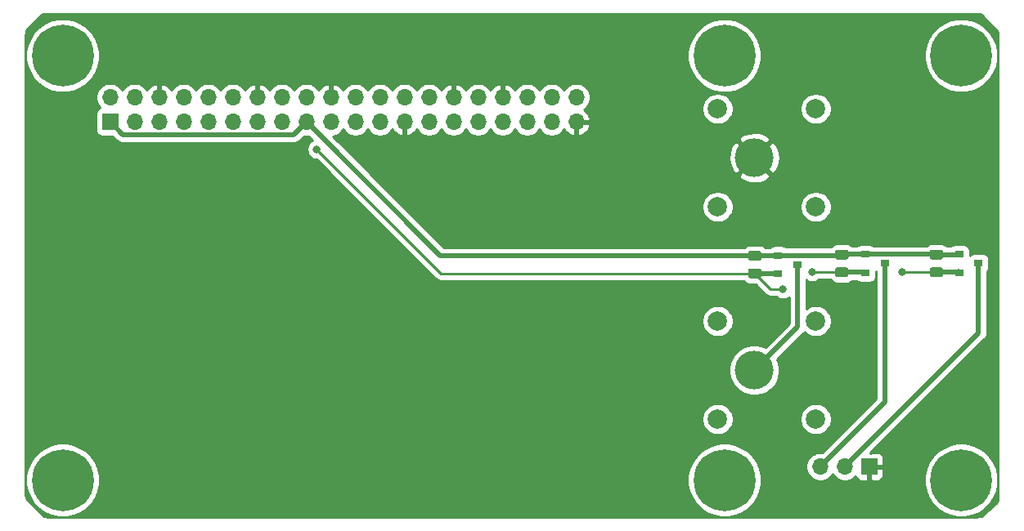
<source format=gtl>
G04 #@! TF.GenerationSoftware,KiCad,Pcbnew,5.1.9+dfsg1-1~bpo10+1*
G04 #@! TF.CreationDate,2022-03-28T22:50:56+02:00*
G04 #@! TF.ProjectId,serial-wio,73657269-616c-42d7-9769-6f2e6b696361,rev?*
G04 #@! TF.SameCoordinates,Original*
G04 #@! TF.FileFunction,Copper,L1,Top*
G04 #@! TF.FilePolarity,Positive*
%FSLAX46Y46*%
G04 Gerber Fmt 4.6, Leading zero omitted, Abs format (unit mm)*
G04 Created by KiCad (PCBNEW 5.1.9+dfsg1-1~bpo10+1) date 2022-03-28 22:50:56*
%MOMM*%
%LPD*%
G01*
G04 APERTURE LIST*
G04 #@! TA.AperFunction,SMDPad,CuDef*
%ADD10R,0.900000X0.800000*%
G04 #@! TD*
G04 #@! TA.AperFunction,ComponentPad*
%ADD11C,0.800000*%
G04 #@! TD*
G04 #@! TA.AperFunction,ComponentPad*
%ADD12C,6.400000*%
G04 #@! TD*
G04 #@! TA.AperFunction,ComponentPad*
%ADD13C,2.000000*%
G04 #@! TD*
G04 #@! TA.AperFunction,ComponentPad*
%ADD14C,4.000000*%
G04 #@! TD*
G04 #@! TA.AperFunction,ComponentPad*
%ADD15O,1.700000X1.700000*%
G04 #@! TD*
G04 #@! TA.AperFunction,ComponentPad*
%ADD16R,1.700000X1.700000*%
G04 #@! TD*
G04 #@! TA.AperFunction,ViaPad*
%ADD17C,0.800000*%
G04 #@! TD*
G04 #@! TA.AperFunction,Conductor*
%ADD18C,0.500000*%
G04 #@! TD*
G04 #@! TA.AperFunction,Conductor*
%ADD19C,0.250000*%
G04 #@! TD*
G04 #@! TA.AperFunction,Conductor*
%ADD20C,0.254000*%
G04 #@! TD*
G04 #@! TA.AperFunction,Conductor*
%ADD21C,0.100000*%
G04 #@! TD*
G04 APERTURE END LIST*
G04 #@! TA.AperFunction,SMDPad,CuDef*
G36*
G01*
X163633999Y-82823000D02*
X164534001Y-82823000D01*
G75*
G02*
X164784000Y-83072999I0J-249999D01*
G01*
X164784000Y-83598001D01*
G75*
G02*
X164534001Y-83848000I-249999J0D01*
G01*
X163633999Y-83848000D01*
G75*
G02*
X163384000Y-83598001I0J249999D01*
G01*
X163384000Y-83072999D01*
G75*
G02*
X163633999Y-82823000I249999J0D01*
G01*
G37*
G04 #@! TD.AperFunction*
G04 #@! TA.AperFunction,SMDPad,CuDef*
G36*
G01*
X163633999Y-80998000D02*
X164534001Y-80998000D01*
G75*
G02*
X164784000Y-81247999I0J-249999D01*
G01*
X164784000Y-81773001D01*
G75*
G02*
X164534001Y-82023000I-249999J0D01*
G01*
X163633999Y-82023000D01*
G75*
G02*
X163384000Y-81773001I0J249999D01*
G01*
X163384000Y-81247999D01*
G75*
G02*
X163633999Y-80998000I249999J0D01*
G01*
G37*
G04 #@! TD.AperFunction*
G04 #@! TA.AperFunction,SMDPad,CuDef*
G36*
G01*
X173412999Y-82823000D02*
X174313001Y-82823000D01*
G75*
G02*
X174563000Y-83072999I0J-249999D01*
G01*
X174563000Y-83598001D01*
G75*
G02*
X174313001Y-83848000I-249999J0D01*
G01*
X173412999Y-83848000D01*
G75*
G02*
X173163000Y-83598001I0J249999D01*
G01*
X173163000Y-83072999D01*
G75*
G02*
X173412999Y-82823000I249999J0D01*
G01*
G37*
G04 #@! TD.AperFunction*
G04 #@! TA.AperFunction,SMDPad,CuDef*
G36*
G01*
X173412999Y-80998000D02*
X174313001Y-80998000D01*
G75*
G02*
X174563000Y-81247999I0J-249999D01*
G01*
X174563000Y-81773001D01*
G75*
G02*
X174313001Y-82023000I-249999J0D01*
G01*
X173412999Y-82023000D01*
G75*
G02*
X173163000Y-81773001I0J249999D01*
G01*
X173163000Y-81247999D01*
G75*
G02*
X173412999Y-80998000I249999J0D01*
G01*
G37*
G04 #@! TD.AperFunction*
G04 #@! TA.AperFunction,SMDPad,CuDef*
G36*
G01*
X154616999Y-82950000D02*
X155517001Y-82950000D01*
G75*
G02*
X155767000Y-83199999I0J-249999D01*
G01*
X155767000Y-83725001D01*
G75*
G02*
X155517001Y-83975000I-249999J0D01*
G01*
X154616999Y-83975000D01*
G75*
G02*
X154367000Y-83725001I0J249999D01*
G01*
X154367000Y-83199999D01*
G75*
G02*
X154616999Y-82950000I249999J0D01*
G01*
G37*
G04 #@! TD.AperFunction*
G04 #@! TA.AperFunction,SMDPad,CuDef*
G36*
G01*
X154616999Y-81125000D02*
X155517001Y-81125000D01*
G75*
G02*
X155767000Y-81374999I0J-249999D01*
G01*
X155767000Y-81900001D01*
G75*
G02*
X155517001Y-82150000I-249999J0D01*
G01*
X154616999Y-82150000D01*
G75*
G02*
X154367000Y-81900001I0J249999D01*
G01*
X154367000Y-81374999D01*
G75*
G02*
X154616999Y-81125000I249999J0D01*
G01*
G37*
G04 #@! TD.AperFunction*
D10*
X168513000Y-82423000D03*
X166513000Y-83373000D03*
X166513000Y-81473000D03*
X178234000Y-82423000D03*
X176234000Y-83373000D03*
X176234000Y-81473000D03*
D11*
X178127056Y-103182944D03*
X176430000Y-102480000D03*
X174732944Y-103182944D03*
X174030000Y-104880000D03*
X174732944Y-106577056D03*
X176430000Y-107280000D03*
X178127056Y-106577056D03*
X178830000Y-104880000D03*
D12*
X176430000Y-104880000D03*
D11*
X153627056Y-103182944D03*
X151930000Y-102480000D03*
X150232944Y-103182944D03*
X149530000Y-104880000D03*
X150232944Y-106577056D03*
X151930000Y-107280000D03*
X153627056Y-106577056D03*
X154330000Y-104880000D03*
D12*
X151930000Y-104880000D03*
D11*
X85127056Y-103182944D03*
X83430000Y-102480000D03*
X81732944Y-103182944D03*
X81030000Y-104880000D03*
X81732944Y-106577056D03*
X83430000Y-107280000D03*
X85127056Y-106577056D03*
X85830000Y-104880000D03*
D12*
X83430000Y-104880000D03*
D11*
X85127056Y-59182944D03*
X83430000Y-58480000D03*
X81732944Y-59182944D03*
X81030000Y-60880000D03*
X81732944Y-62577056D03*
X83430000Y-63280000D03*
X85127056Y-62577056D03*
X85830000Y-60880000D03*
D12*
X83430000Y-60880000D03*
D11*
X153627056Y-59182944D03*
X151930000Y-58480000D03*
X150232944Y-59182944D03*
X149530000Y-60880000D03*
X150232944Y-62577056D03*
X151930000Y-63280000D03*
X153627056Y-62577056D03*
X154330000Y-60880000D03*
D12*
X151930000Y-60880000D03*
D11*
X178127056Y-59182944D03*
X176430000Y-58480000D03*
X174732944Y-59182944D03*
X174030000Y-60880000D03*
X174732944Y-62577056D03*
X176430000Y-63280000D03*
X178127056Y-62577056D03*
X178830000Y-60880000D03*
D12*
X176430000Y-60880000D03*
D13*
X151230000Y-98560000D03*
X151230000Y-88400000D03*
X161390000Y-98560000D03*
X161390000Y-88400000D03*
D14*
X155030000Y-93480000D03*
D13*
X151230000Y-76560000D03*
X151230000Y-66400000D03*
X161390000Y-76560000D03*
X161390000Y-66400000D03*
D14*
X155030000Y-71480000D03*
D10*
X159496000Y-82550000D03*
X157496000Y-83500000D03*
X157496000Y-81600000D03*
D15*
X161850000Y-103480000D03*
X164390000Y-103480000D03*
D16*
X166930000Y-103480000D03*
X88330000Y-67755000D03*
D15*
X88330000Y-65215000D03*
X90870000Y-67755000D03*
X90870000Y-65215000D03*
X93410000Y-67755000D03*
X93410000Y-65215000D03*
X95950000Y-67755000D03*
X95950000Y-65215000D03*
X98490000Y-67755000D03*
X98490000Y-65215000D03*
X101030000Y-67755000D03*
X101030000Y-65215000D03*
X103570000Y-67755000D03*
X103570000Y-65215000D03*
X106110000Y-67755000D03*
X106110000Y-65215000D03*
X108650000Y-67755000D03*
X108650000Y-65215000D03*
X111190000Y-67755000D03*
X111190000Y-65215000D03*
X113730000Y-67755000D03*
X113730000Y-65215000D03*
X116270000Y-67755000D03*
X116270000Y-65215000D03*
X118810000Y-67755000D03*
X118810000Y-65215000D03*
X121350000Y-67755000D03*
X121350000Y-65215000D03*
X123890000Y-67755000D03*
X123890000Y-65215000D03*
X126430000Y-67755000D03*
X126430000Y-65215000D03*
X128970000Y-67755000D03*
X128970000Y-65215000D03*
X131510000Y-67755000D03*
X131510000Y-65215000D03*
X134050000Y-67755000D03*
X134050000Y-65215000D03*
X136590000Y-67755000D03*
X136590000Y-65215000D03*
D17*
X109728000Y-70612000D03*
X170307000Y-83312000D03*
X157988000Y-85090000D03*
X161036000Y-83312000D03*
D18*
X176223800Y-81447000D02*
X176234000Y-81436800D01*
X107349999Y-69055001D02*
X108650000Y-67755000D01*
X89630001Y-69055001D02*
X107349999Y-69055001D01*
X88330000Y-67755000D02*
X89630001Y-69055001D01*
X157458500Y-81637500D02*
X157496000Y-81600000D01*
X155067000Y-81637500D02*
X157458500Y-81637500D01*
X163994500Y-81600000D02*
X164084000Y-81510500D01*
X157496000Y-81600000D02*
X163994500Y-81600000D01*
X164121500Y-81473000D02*
X164084000Y-81510500D01*
X166513000Y-81473000D02*
X164121500Y-81473000D01*
X173825500Y-81473000D02*
X173863000Y-81510500D01*
X166513000Y-81473000D02*
X173825500Y-81473000D01*
X176196500Y-81510500D02*
X176234000Y-81473000D01*
X173863000Y-81510500D02*
X176196500Y-81510500D01*
X122532500Y-81637500D02*
X122428500Y-81533500D01*
X155067000Y-81637500D02*
X122532500Y-81637500D01*
X108650000Y-67755000D02*
X122428500Y-81533500D01*
X176169200Y-83272000D02*
X176234000Y-83336800D01*
X176196500Y-83335500D02*
X176234000Y-83373000D01*
X173863000Y-83335500D02*
X176196500Y-83335500D01*
X157458500Y-83462500D02*
X157496000Y-83500000D01*
X155067000Y-83462500D02*
X157458500Y-83462500D01*
D19*
X173863000Y-83335500D02*
X170330500Y-83335500D01*
X170330500Y-83335500D02*
X170307000Y-83312000D01*
X156694500Y-85090000D02*
X155067000Y-83462500D01*
X157988000Y-85090000D02*
X156694500Y-85090000D01*
X122578500Y-83462500D02*
X122428000Y-83312000D01*
X155067000Y-83462500D02*
X122578500Y-83462500D01*
X122428000Y-83312000D02*
X109728000Y-70612000D01*
D18*
X166475500Y-83335500D02*
X166513000Y-83373000D01*
X164084000Y-83335500D02*
X166475500Y-83335500D01*
D19*
X164084000Y-83335500D02*
X161059500Y-83335500D01*
X161059500Y-83335500D02*
X161036000Y-83312000D01*
D18*
X159496000Y-89014000D02*
X155030000Y-93480000D01*
X159496000Y-82550000D02*
X159496000Y-89014000D01*
X168513000Y-96817000D02*
X161850000Y-103480000D01*
X168513000Y-82423000D02*
X168513000Y-96817000D01*
X178234000Y-89636000D02*
X164390000Y-103480000D01*
X178234000Y-82423000D02*
X178234000Y-89636000D01*
D20*
X178383893Y-56587670D02*
X178570934Y-56644141D01*
X180217194Y-58403937D01*
X180219106Y-58410113D01*
X180270000Y-58894344D01*
X180270001Y-106347711D01*
X180222330Y-106833894D01*
X180124435Y-107158140D01*
X178557975Y-108620169D01*
X178399886Y-108669106D01*
X177915664Y-108720000D01*
X81962279Y-108720000D01*
X81504744Y-108675138D01*
X79636361Y-106806755D01*
X79590000Y-106365664D01*
X79590000Y-104502285D01*
X79595000Y-104502285D01*
X79595000Y-105257715D01*
X79742377Y-105998628D01*
X80031467Y-106696554D01*
X80451161Y-107324670D01*
X80985330Y-107858839D01*
X81613446Y-108278533D01*
X82311372Y-108567623D01*
X83052285Y-108715000D01*
X83807715Y-108715000D01*
X84548628Y-108567623D01*
X85246554Y-108278533D01*
X85874670Y-107858839D01*
X86408839Y-107324670D01*
X86828533Y-106696554D01*
X87117623Y-105998628D01*
X87265000Y-105257715D01*
X87265000Y-104502285D01*
X148095000Y-104502285D01*
X148095000Y-105257715D01*
X148242377Y-105998628D01*
X148531467Y-106696554D01*
X148951161Y-107324670D01*
X149485330Y-107858839D01*
X150113446Y-108278533D01*
X150811372Y-108567623D01*
X151552285Y-108715000D01*
X152307715Y-108715000D01*
X153048628Y-108567623D01*
X153746554Y-108278533D01*
X154374670Y-107858839D01*
X154908839Y-107324670D01*
X155328533Y-106696554D01*
X155617623Y-105998628D01*
X155765000Y-105257715D01*
X155765000Y-104502285D01*
X155617623Y-103761372D01*
X155328533Y-103063446D01*
X154908839Y-102435330D01*
X154374670Y-101901161D01*
X153746554Y-101481467D01*
X153048628Y-101192377D01*
X152307715Y-101045000D01*
X151552285Y-101045000D01*
X150811372Y-101192377D01*
X150113446Y-101481467D01*
X149485330Y-101901161D01*
X148951161Y-102435330D01*
X148531467Y-103063446D01*
X148242377Y-103761372D01*
X148095000Y-104502285D01*
X87265000Y-104502285D01*
X87117623Y-103761372D01*
X86828533Y-103063446D01*
X86408839Y-102435330D01*
X85874670Y-101901161D01*
X85246554Y-101481467D01*
X84548628Y-101192377D01*
X83807715Y-101045000D01*
X83052285Y-101045000D01*
X82311372Y-101192377D01*
X81613446Y-101481467D01*
X80985330Y-101901161D01*
X80451161Y-102435330D01*
X80031467Y-103063446D01*
X79742377Y-103761372D01*
X79595000Y-104502285D01*
X79590000Y-104502285D01*
X79590000Y-98398967D01*
X149595000Y-98398967D01*
X149595000Y-98721033D01*
X149657832Y-99036912D01*
X149781082Y-99334463D01*
X149960013Y-99602252D01*
X150187748Y-99829987D01*
X150455537Y-100008918D01*
X150753088Y-100132168D01*
X151068967Y-100195000D01*
X151391033Y-100195000D01*
X151706912Y-100132168D01*
X152004463Y-100008918D01*
X152272252Y-99829987D01*
X152499987Y-99602252D01*
X152678918Y-99334463D01*
X152802168Y-99036912D01*
X152865000Y-98721033D01*
X152865000Y-98398967D01*
X159755000Y-98398967D01*
X159755000Y-98721033D01*
X159817832Y-99036912D01*
X159941082Y-99334463D01*
X160120013Y-99602252D01*
X160347748Y-99829987D01*
X160615537Y-100008918D01*
X160913088Y-100132168D01*
X161228967Y-100195000D01*
X161551033Y-100195000D01*
X161866912Y-100132168D01*
X162164463Y-100008918D01*
X162432252Y-99829987D01*
X162659987Y-99602252D01*
X162838918Y-99334463D01*
X162962168Y-99036912D01*
X163025000Y-98721033D01*
X163025000Y-98398967D01*
X162962168Y-98083088D01*
X162838918Y-97785537D01*
X162659987Y-97517748D01*
X162432252Y-97290013D01*
X162164463Y-97111082D01*
X161866912Y-96987832D01*
X161551033Y-96925000D01*
X161228967Y-96925000D01*
X160913088Y-96987832D01*
X160615537Y-97111082D01*
X160347748Y-97290013D01*
X160120013Y-97517748D01*
X159941082Y-97785537D01*
X159817832Y-98083088D01*
X159755000Y-98398967D01*
X152865000Y-98398967D01*
X152802168Y-98083088D01*
X152678918Y-97785537D01*
X152499987Y-97517748D01*
X152272252Y-97290013D01*
X152004463Y-97111082D01*
X151706912Y-96987832D01*
X151391033Y-96925000D01*
X151068967Y-96925000D01*
X150753088Y-96987832D01*
X150455537Y-97111082D01*
X150187748Y-97290013D01*
X149960013Y-97517748D01*
X149781082Y-97785537D01*
X149657832Y-98083088D01*
X149595000Y-98398967D01*
X79590000Y-98398967D01*
X79590000Y-88238967D01*
X149595000Y-88238967D01*
X149595000Y-88561033D01*
X149657832Y-88876912D01*
X149781082Y-89174463D01*
X149960013Y-89442252D01*
X150187748Y-89669987D01*
X150455537Y-89848918D01*
X150753088Y-89972168D01*
X151068967Y-90035000D01*
X151391033Y-90035000D01*
X151706912Y-89972168D01*
X152004463Y-89848918D01*
X152272252Y-89669987D01*
X152499987Y-89442252D01*
X152678918Y-89174463D01*
X152802168Y-88876912D01*
X152865000Y-88561033D01*
X152865000Y-88238967D01*
X152802168Y-87923088D01*
X152678918Y-87625537D01*
X152499987Y-87357748D01*
X152272252Y-87130013D01*
X152004463Y-86951082D01*
X151706912Y-86827832D01*
X151391033Y-86765000D01*
X151068967Y-86765000D01*
X150753088Y-86827832D01*
X150455537Y-86951082D01*
X150187748Y-87130013D01*
X149960013Y-87357748D01*
X149781082Y-87625537D01*
X149657832Y-87923088D01*
X149595000Y-88238967D01*
X79590000Y-88238967D01*
X79590000Y-66905000D01*
X86841928Y-66905000D01*
X86841928Y-68605000D01*
X86854188Y-68729482D01*
X86890498Y-68849180D01*
X86949463Y-68959494D01*
X87028815Y-69056185D01*
X87125506Y-69135537D01*
X87235820Y-69194502D01*
X87355518Y-69230812D01*
X87480000Y-69243072D01*
X88566493Y-69243072D01*
X88973471Y-69650050D01*
X89001184Y-69683818D01*
X89034952Y-69711531D01*
X89034954Y-69711533D01*
X89106453Y-69770211D01*
X89135942Y-69794412D01*
X89289688Y-69876590D01*
X89456511Y-69927196D01*
X89586524Y-69940001D01*
X89586534Y-69940001D01*
X89630000Y-69944282D01*
X89673467Y-69940001D01*
X107306530Y-69940001D01*
X107349999Y-69944282D01*
X107393468Y-69940001D01*
X107393476Y-69940001D01*
X107523489Y-69927196D01*
X107690312Y-69876590D01*
X107844058Y-69794412D01*
X107978816Y-69683818D01*
X108006533Y-69650045D01*
X108431039Y-69225539D01*
X108503740Y-69240000D01*
X108796260Y-69240000D01*
X108868961Y-69225539D01*
X109308789Y-69665367D01*
X109237744Y-69694795D01*
X109068226Y-69808063D01*
X108924063Y-69952226D01*
X108810795Y-70121744D01*
X108732774Y-70310102D01*
X108693000Y-70510061D01*
X108693000Y-70713939D01*
X108732774Y-70913898D01*
X108810795Y-71102256D01*
X108924063Y-71271774D01*
X109068226Y-71415937D01*
X109237744Y-71529205D01*
X109426102Y-71607226D01*
X109626061Y-71647000D01*
X109688199Y-71647000D01*
X121916997Y-83875799D01*
X121917003Y-83875804D01*
X122014696Y-83973497D01*
X122038499Y-84002501D01*
X122154224Y-84097474D01*
X122286253Y-84168046D01*
X122429514Y-84211503D01*
X122541167Y-84222500D01*
X122541176Y-84222500D01*
X122578499Y-84226176D01*
X122615822Y-84222500D01*
X153881970Y-84222500D01*
X153989038Y-84352962D01*
X154123613Y-84463405D01*
X154277149Y-84545472D01*
X154443745Y-84596008D01*
X154616999Y-84613072D01*
X155142771Y-84613072D01*
X156130701Y-85601003D01*
X156154499Y-85630001D01*
X156183497Y-85653799D01*
X156270224Y-85724974D01*
X156402253Y-85795546D01*
X156545514Y-85839003D01*
X156694500Y-85853677D01*
X156731833Y-85850000D01*
X157284289Y-85850000D01*
X157328226Y-85893937D01*
X157497744Y-86007205D01*
X157686102Y-86085226D01*
X157886061Y-86125000D01*
X158089939Y-86125000D01*
X158289898Y-86085226D01*
X158478256Y-86007205D01*
X158611001Y-85918508D01*
X158611001Y-88647420D01*
X156161742Y-91096679D01*
X155798601Y-90946261D01*
X155289525Y-90845000D01*
X154770475Y-90845000D01*
X154261399Y-90946261D01*
X153781859Y-91144893D01*
X153350285Y-91433262D01*
X152983262Y-91800285D01*
X152694893Y-92231859D01*
X152496261Y-92711399D01*
X152395000Y-93220475D01*
X152395000Y-93739525D01*
X152496261Y-94248601D01*
X152694893Y-94728141D01*
X152983262Y-95159715D01*
X153350285Y-95526738D01*
X153781859Y-95815107D01*
X154261399Y-96013739D01*
X154770475Y-96115000D01*
X155289525Y-96115000D01*
X155798601Y-96013739D01*
X156278141Y-95815107D01*
X156709715Y-95526738D01*
X157076738Y-95159715D01*
X157365107Y-94728141D01*
X157563739Y-94248601D01*
X157665000Y-93739525D01*
X157665000Y-93220475D01*
X157563739Y-92711399D01*
X157413321Y-92348258D01*
X160091049Y-89670530D01*
X160124817Y-89642817D01*
X160213058Y-89535297D01*
X160347748Y-89669987D01*
X160615537Y-89848918D01*
X160913088Y-89972168D01*
X161228967Y-90035000D01*
X161551033Y-90035000D01*
X161866912Y-89972168D01*
X162164463Y-89848918D01*
X162432252Y-89669987D01*
X162659987Y-89442252D01*
X162838918Y-89174463D01*
X162962168Y-88876912D01*
X163025000Y-88561033D01*
X163025000Y-88238967D01*
X162962168Y-87923088D01*
X162838918Y-87625537D01*
X162659987Y-87357748D01*
X162432252Y-87130013D01*
X162164463Y-86951082D01*
X161866912Y-86827832D01*
X161551033Y-86765000D01*
X161228967Y-86765000D01*
X160913088Y-86827832D01*
X160615537Y-86951082D01*
X160381000Y-87107795D01*
X160381000Y-84119127D01*
X160545744Y-84229205D01*
X160734102Y-84307226D01*
X160934061Y-84347000D01*
X161137939Y-84347000D01*
X161337898Y-84307226D01*
X161526256Y-84229205D01*
X161695774Y-84115937D01*
X161716211Y-84095500D01*
X162898970Y-84095500D01*
X163006038Y-84225962D01*
X163140613Y-84336405D01*
X163294149Y-84418472D01*
X163460745Y-84469008D01*
X163633999Y-84486072D01*
X164534001Y-84486072D01*
X164707255Y-84469008D01*
X164873851Y-84418472D01*
X165027387Y-84336405D01*
X165161962Y-84225962D01*
X165166445Y-84220500D01*
X165608791Y-84220500D01*
X165611815Y-84224185D01*
X165708506Y-84303537D01*
X165818820Y-84362502D01*
X165938518Y-84398812D01*
X166063000Y-84411072D01*
X166963000Y-84411072D01*
X167087482Y-84398812D01*
X167207180Y-84362502D01*
X167317494Y-84303537D01*
X167414185Y-84224185D01*
X167493537Y-84127494D01*
X167552502Y-84017180D01*
X167588812Y-83897482D01*
X167601072Y-83773000D01*
X167601072Y-83261095D01*
X167611815Y-83274185D01*
X167628000Y-83287468D01*
X167628001Y-96450420D01*
X162068961Y-102009461D01*
X161996260Y-101995000D01*
X161703740Y-101995000D01*
X161416842Y-102052068D01*
X161146589Y-102164010D01*
X160903368Y-102326525D01*
X160696525Y-102533368D01*
X160534010Y-102776589D01*
X160422068Y-103046842D01*
X160365000Y-103333740D01*
X160365000Y-103626260D01*
X160422068Y-103913158D01*
X160534010Y-104183411D01*
X160696525Y-104426632D01*
X160903368Y-104633475D01*
X161146589Y-104795990D01*
X161416842Y-104907932D01*
X161703740Y-104965000D01*
X161996260Y-104965000D01*
X162283158Y-104907932D01*
X162553411Y-104795990D01*
X162796632Y-104633475D01*
X163003475Y-104426632D01*
X163120000Y-104252240D01*
X163236525Y-104426632D01*
X163443368Y-104633475D01*
X163686589Y-104795990D01*
X163956842Y-104907932D01*
X164243740Y-104965000D01*
X164536260Y-104965000D01*
X164823158Y-104907932D01*
X165093411Y-104795990D01*
X165336632Y-104633475D01*
X165468487Y-104501620D01*
X165490498Y-104574180D01*
X165549463Y-104684494D01*
X165628815Y-104781185D01*
X165725506Y-104860537D01*
X165835820Y-104919502D01*
X165955518Y-104955812D01*
X166080000Y-104968072D01*
X166644250Y-104965000D01*
X166803000Y-104806250D01*
X166803000Y-103607000D01*
X167057000Y-103607000D01*
X167057000Y-104806250D01*
X167215750Y-104965000D01*
X167780000Y-104968072D01*
X167904482Y-104955812D01*
X168024180Y-104919502D01*
X168134494Y-104860537D01*
X168231185Y-104781185D01*
X168310537Y-104684494D01*
X168369502Y-104574180D01*
X168391311Y-104502285D01*
X172595000Y-104502285D01*
X172595000Y-105257715D01*
X172742377Y-105998628D01*
X173031467Y-106696554D01*
X173451161Y-107324670D01*
X173985330Y-107858839D01*
X174613446Y-108278533D01*
X175311372Y-108567623D01*
X176052285Y-108715000D01*
X176807715Y-108715000D01*
X177548628Y-108567623D01*
X178246554Y-108278533D01*
X178874670Y-107858839D01*
X179408839Y-107324670D01*
X179828533Y-106696554D01*
X180117623Y-105998628D01*
X180265000Y-105257715D01*
X180265000Y-104502285D01*
X180117623Y-103761372D01*
X179828533Y-103063446D01*
X179408839Y-102435330D01*
X178874670Y-101901161D01*
X178246554Y-101481467D01*
X177548628Y-101192377D01*
X176807715Y-101045000D01*
X176052285Y-101045000D01*
X175311372Y-101192377D01*
X174613446Y-101481467D01*
X173985330Y-101901161D01*
X173451161Y-102435330D01*
X173031467Y-103063446D01*
X172742377Y-103761372D01*
X172595000Y-104502285D01*
X168391311Y-104502285D01*
X168405812Y-104454482D01*
X168418072Y-104330000D01*
X168415000Y-103765750D01*
X168256250Y-103607000D01*
X167057000Y-103607000D01*
X166803000Y-103607000D01*
X166783000Y-103607000D01*
X166783000Y-103353000D01*
X166803000Y-103353000D01*
X166803000Y-103333000D01*
X167057000Y-103333000D01*
X167057000Y-103353000D01*
X168256250Y-103353000D01*
X168415000Y-103194250D01*
X168418072Y-102630000D01*
X168405812Y-102505518D01*
X168369502Y-102385820D01*
X168310537Y-102275506D01*
X168231185Y-102178815D01*
X168134494Y-102099463D01*
X168024180Y-102040498D01*
X167904482Y-102004188D01*
X167780000Y-101991928D01*
X167215750Y-101995000D01*
X167057002Y-102153748D01*
X167057002Y-102064576D01*
X178829049Y-90292530D01*
X178862817Y-90264817D01*
X178973411Y-90130059D01*
X179024221Y-90035000D01*
X179055589Y-89976314D01*
X179106195Y-89809490D01*
X179111718Y-89753411D01*
X179119000Y-89679477D01*
X179119000Y-89679469D01*
X179123281Y-89636000D01*
X179119000Y-89592531D01*
X179119000Y-83287468D01*
X179135185Y-83274185D01*
X179214537Y-83177494D01*
X179273502Y-83067180D01*
X179309812Y-82947482D01*
X179322072Y-82823000D01*
X179322072Y-82023000D01*
X179309812Y-81898518D01*
X179273502Y-81778820D01*
X179214537Y-81668506D01*
X179135185Y-81571815D01*
X179038494Y-81492463D01*
X178928180Y-81433498D01*
X178808482Y-81397188D01*
X178684000Y-81384928D01*
X177784000Y-81384928D01*
X177659518Y-81397188D01*
X177539820Y-81433498D01*
X177429506Y-81492463D01*
X177332815Y-81571815D01*
X177322072Y-81584905D01*
X177322072Y-81073000D01*
X177309812Y-80948518D01*
X177273502Y-80828820D01*
X177214537Y-80718506D01*
X177135185Y-80621815D01*
X177038494Y-80542463D01*
X176928180Y-80483498D01*
X176808482Y-80447188D01*
X176684000Y-80434928D01*
X175784000Y-80434928D01*
X175659518Y-80447188D01*
X175539820Y-80483498D01*
X175429506Y-80542463D01*
X175332815Y-80621815D01*
X175329791Y-80625500D01*
X174945445Y-80625500D01*
X174940962Y-80620038D01*
X174806387Y-80509595D01*
X174652851Y-80427528D01*
X174486255Y-80376992D01*
X174313001Y-80359928D01*
X173412999Y-80359928D01*
X173239745Y-80376992D01*
X173073149Y-80427528D01*
X172919613Y-80509595D01*
X172824076Y-80588000D01*
X167372981Y-80588000D01*
X167317494Y-80542463D01*
X167207180Y-80483498D01*
X167087482Y-80447188D01*
X166963000Y-80434928D01*
X166063000Y-80434928D01*
X165938518Y-80447188D01*
X165818820Y-80483498D01*
X165708506Y-80542463D01*
X165653019Y-80588000D01*
X165122924Y-80588000D01*
X165027387Y-80509595D01*
X164873851Y-80427528D01*
X164707255Y-80376992D01*
X164534001Y-80359928D01*
X163633999Y-80359928D01*
X163460745Y-80376992D01*
X163294149Y-80427528D01*
X163140613Y-80509595D01*
X163006038Y-80620038D01*
X162928105Y-80715000D01*
X158355981Y-80715000D01*
X158300494Y-80669463D01*
X158190180Y-80610498D01*
X158070482Y-80574188D01*
X157946000Y-80561928D01*
X157046000Y-80561928D01*
X156921518Y-80574188D01*
X156801820Y-80610498D01*
X156691506Y-80669463D01*
X156594815Y-80748815D01*
X156591791Y-80752500D01*
X156149445Y-80752500D01*
X156144962Y-80747038D01*
X156010387Y-80636595D01*
X155856851Y-80554528D01*
X155690255Y-80503992D01*
X155517001Y-80486928D01*
X154616999Y-80486928D01*
X154443745Y-80503992D01*
X154277149Y-80554528D01*
X154123613Y-80636595D01*
X153989038Y-80747038D01*
X153984555Y-80752500D01*
X122899079Y-80752500D01*
X118545546Y-76398967D01*
X149595000Y-76398967D01*
X149595000Y-76721033D01*
X149657832Y-77036912D01*
X149781082Y-77334463D01*
X149960013Y-77602252D01*
X150187748Y-77829987D01*
X150455537Y-78008918D01*
X150753088Y-78132168D01*
X151068967Y-78195000D01*
X151391033Y-78195000D01*
X151706912Y-78132168D01*
X152004463Y-78008918D01*
X152272252Y-77829987D01*
X152499987Y-77602252D01*
X152678918Y-77334463D01*
X152802168Y-77036912D01*
X152865000Y-76721033D01*
X152865000Y-76398967D01*
X159755000Y-76398967D01*
X159755000Y-76721033D01*
X159817832Y-77036912D01*
X159941082Y-77334463D01*
X160120013Y-77602252D01*
X160347748Y-77829987D01*
X160615537Y-78008918D01*
X160913088Y-78132168D01*
X161228967Y-78195000D01*
X161551033Y-78195000D01*
X161866912Y-78132168D01*
X162164463Y-78008918D01*
X162432252Y-77829987D01*
X162659987Y-77602252D01*
X162838918Y-77334463D01*
X162962168Y-77036912D01*
X163025000Y-76721033D01*
X163025000Y-76398967D01*
X162962168Y-76083088D01*
X162838918Y-75785537D01*
X162659987Y-75517748D01*
X162432252Y-75290013D01*
X162164463Y-75111082D01*
X161866912Y-74987832D01*
X161551033Y-74925000D01*
X161228967Y-74925000D01*
X160913088Y-74987832D01*
X160615537Y-75111082D01*
X160347748Y-75290013D01*
X160120013Y-75517748D01*
X159941082Y-75785537D01*
X159817832Y-76083088D01*
X159755000Y-76398967D01*
X152865000Y-76398967D01*
X152802168Y-76083088D01*
X152678918Y-75785537D01*
X152499987Y-75517748D01*
X152272252Y-75290013D01*
X152004463Y-75111082D01*
X151706912Y-74987832D01*
X151391033Y-74925000D01*
X151068967Y-74925000D01*
X150753088Y-74987832D01*
X150455537Y-75111082D01*
X150187748Y-75290013D01*
X149960013Y-75517748D01*
X149781082Y-75785537D01*
X149657832Y-76083088D01*
X149595000Y-76398967D01*
X118545546Y-76398967D01*
X115474078Y-73327499D01*
X153362106Y-73327499D01*
X153578228Y-73694258D01*
X154038105Y-73934938D01*
X154536098Y-74081275D01*
X155053071Y-74127648D01*
X155569159Y-74072273D01*
X156064526Y-73917279D01*
X156481772Y-73694258D01*
X156697894Y-73327499D01*
X155030000Y-71659605D01*
X153362106Y-73327499D01*
X115474078Y-73327499D01*
X113649650Y-71503071D01*
X152382352Y-71503071D01*
X152437727Y-72019159D01*
X152592721Y-72514526D01*
X152815742Y-72931772D01*
X153182501Y-73147894D01*
X154850395Y-71480000D01*
X155209605Y-71480000D01*
X156877499Y-73147894D01*
X157244258Y-72931772D01*
X157484938Y-72471895D01*
X157631275Y-71973902D01*
X157677648Y-71456929D01*
X157622273Y-70940841D01*
X157467279Y-70445474D01*
X157244258Y-70028228D01*
X156877499Y-69812106D01*
X155209605Y-71480000D01*
X154850395Y-71480000D01*
X153182501Y-69812106D01*
X152815742Y-70028228D01*
X152575062Y-70488105D01*
X152428725Y-70986098D01*
X152382352Y-71503071D01*
X113649650Y-71503071D01*
X111779080Y-69632501D01*
X153362106Y-69632501D01*
X155030000Y-71300395D01*
X156697894Y-69632501D01*
X156481772Y-69265742D01*
X156021895Y-69025062D01*
X155523902Y-68878725D01*
X155006929Y-68832352D01*
X154490841Y-68887727D01*
X153995474Y-69042721D01*
X153578228Y-69265742D01*
X153362106Y-69632501D01*
X111779080Y-69632501D01*
X111378230Y-69231652D01*
X111623158Y-69182932D01*
X111893411Y-69070990D01*
X112136632Y-68908475D01*
X112343475Y-68701632D01*
X112460000Y-68527240D01*
X112576525Y-68701632D01*
X112783368Y-68908475D01*
X113026589Y-69070990D01*
X113296842Y-69182932D01*
X113583740Y-69240000D01*
X113876260Y-69240000D01*
X114163158Y-69182932D01*
X114433411Y-69070990D01*
X114676632Y-68908475D01*
X114883475Y-68701632D01*
X115000000Y-68527240D01*
X115116525Y-68701632D01*
X115323368Y-68908475D01*
X115566589Y-69070990D01*
X115836842Y-69182932D01*
X116123740Y-69240000D01*
X116416260Y-69240000D01*
X116703158Y-69182932D01*
X116973411Y-69070990D01*
X117216632Y-68908475D01*
X117423475Y-68701632D01*
X117545195Y-68519466D01*
X117614822Y-68636355D01*
X117809731Y-68852588D01*
X118043080Y-69026641D01*
X118305901Y-69151825D01*
X118453110Y-69196476D01*
X118683000Y-69075155D01*
X118683000Y-67882000D01*
X118663000Y-67882000D01*
X118663000Y-67628000D01*
X118683000Y-67628000D01*
X118683000Y-67608000D01*
X118937000Y-67608000D01*
X118937000Y-67628000D01*
X118957000Y-67628000D01*
X118957000Y-67882000D01*
X118937000Y-67882000D01*
X118937000Y-69075155D01*
X119166890Y-69196476D01*
X119314099Y-69151825D01*
X119576920Y-69026641D01*
X119810269Y-68852588D01*
X120005178Y-68636355D01*
X120074805Y-68519466D01*
X120196525Y-68701632D01*
X120403368Y-68908475D01*
X120646589Y-69070990D01*
X120916842Y-69182932D01*
X121203740Y-69240000D01*
X121496260Y-69240000D01*
X121783158Y-69182932D01*
X122053411Y-69070990D01*
X122296632Y-68908475D01*
X122503475Y-68701632D01*
X122620000Y-68527240D01*
X122736525Y-68701632D01*
X122943368Y-68908475D01*
X123186589Y-69070990D01*
X123456842Y-69182932D01*
X123743740Y-69240000D01*
X124036260Y-69240000D01*
X124323158Y-69182932D01*
X124593411Y-69070990D01*
X124836632Y-68908475D01*
X125043475Y-68701632D01*
X125160000Y-68527240D01*
X125276525Y-68701632D01*
X125483368Y-68908475D01*
X125726589Y-69070990D01*
X125996842Y-69182932D01*
X126283740Y-69240000D01*
X126576260Y-69240000D01*
X126863158Y-69182932D01*
X127133411Y-69070990D01*
X127376632Y-68908475D01*
X127583475Y-68701632D01*
X127700000Y-68527240D01*
X127816525Y-68701632D01*
X128023368Y-68908475D01*
X128266589Y-69070990D01*
X128536842Y-69182932D01*
X128823740Y-69240000D01*
X129116260Y-69240000D01*
X129403158Y-69182932D01*
X129673411Y-69070990D01*
X129916632Y-68908475D01*
X130123475Y-68701632D01*
X130240000Y-68527240D01*
X130356525Y-68701632D01*
X130563368Y-68908475D01*
X130806589Y-69070990D01*
X131076842Y-69182932D01*
X131363740Y-69240000D01*
X131656260Y-69240000D01*
X131943158Y-69182932D01*
X132213411Y-69070990D01*
X132456632Y-68908475D01*
X132663475Y-68701632D01*
X132780000Y-68527240D01*
X132896525Y-68701632D01*
X133103368Y-68908475D01*
X133346589Y-69070990D01*
X133616842Y-69182932D01*
X133903740Y-69240000D01*
X134196260Y-69240000D01*
X134483158Y-69182932D01*
X134753411Y-69070990D01*
X134996632Y-68908475D01*
X135203475Y-68701632D01*
X135325195Y-68519466D01*
X135394822Y-68636355D01*
X135589731Y-68852588D01*
X135823080Y-69026641D01*
X136085901Y-69151825D01*
X136233110Y-69196476D01*
X136463000Y-69075155D01*
X136463000Y-67882000D01*
X136717000Y-67882000D01*
X136717000Y-69075155D01*
X136946890Y-69196476D01*
X137094099Y-69151825D01*
X137356920Y-69026641D01*
X137590269Y-68852588D01*
X137785178Y-68636355D01*
X137934157Y-68386252D01*
X138031481Y-68111891D01*
X137910814Y-67882000D01*
X136717000Y-67882000D01*
X136463000Y-67882000D01*
X136443000Y-67882000D01*
X136443000Y-67628000D01*
X136463000Y-67628000D01*
X136463000Y-67608000D01*
X136717000Y-67608000D01*
X136717000Y-67628000D01*
X137910814Y-67628000D01*
X138031481Y-67398109D01*
X137934157Y-67123748D01*
X137785178Y-66873645D01*
X137590269Y-66657412D01*
X137360594Y-66486100D01*
X137536632Y-66368475D01*
X137666140Y-66238967D01*
X149595000Y-66238967D01*
X149595000Y-66561033D01*
X149657832Y-66876912D01*
X149781082Y-67174463D01*
X149960013Y-67442252D01*
X150187748Y-67669987D01*
X150455537Y-67848918D01*
X150753088Y-67972168D01*
X151068967Y-68035000D01*
X151391033Y-68035000D01*
X151706912Y-67972168D01*
X152004463Y-67848918D01*
X152272252Y-67669987D01*
X152499987Y-67442252D01*
X152678918Y-67174463D01*
X152802168Y-66876912D01*
X152865000Y-66561033D01*
X152865000Y-66238967D01*
X159755000Y-66238967D01*
X159755000Y-66561033D01*
X159817832Y-66876912D01*
X159941082Y-67174463D01*
X160120013Y-67442252D01*
X160347748Y-67669987D01*
X160615537Y-67848918D01*
X160913088Y-67972168D01*
X161228967Y-68035000D01*
X161551033Y-68035000D01*
X161866912Y-67972168D01*
X162164463Y-67848918D01*
X162432252Y-67669987D01*
X162659987Y-67442252D01*
X162838918Y-67174463D01*
X162962168Y-66876912D01*
X163025000Y-66561033D01*
X163025000Y-66238967D01*
X162962168Y-65923088D01*
X162838918Y-65625537D01*
X162659987Y-65357748D01*
X162432252Y-65130013D01*
X162164463Y-64951082D01*
X161866912Y-64827832D01*
X161551033Y-64765000D01*
X161228967Y-64765000D01*
X160913088Y-64827832D01*
X160615537Y-64951082D01*
X160347748Y-65130013D01*
X160120013Y-65357748D01*
X159941082Y-65625537D01*
X159817832Y-65923088D01*
X159755000Y-66238967D01*
X152865000Y-66238967D01*
X152802168Y-65923088D01*
X152678918Y-65625537D01*
X152499987Y-65357748D01*
X152272252Y-65130013D01*
X152004463Y-64951082D01*
X151706912Y-64827832D01*
X151391033Y-64765000D01*
X151068967Y-64765000D01*
X150753088Y-64827832D01*
X150455537Y-64951082D01*
X150187748Y-65130013D01*
X149960013Y-65357748D01*
X149781082Y-65625537D01*
X149657832Y-65923088D01*
X149595000Y-66238967D01*
X137666140Y-66238967D01*
X137743475Y-66161632D01*
X137905990Y-65918411D01*
X138017932Y-65648158D01*
X138075000Y-65361260D01*
X138075000Y-65068740D01*
X138017932Y-64781842D01*
X137905990Y-64511589D01*
X137743475Y-64268368D01*
X137536632Y-64061525D01*
X137293411Y-63899010D01*
X137023158Y-63787068D01*
X136736260Y-63730000D01*
X136443740Y-63730000D01*
X136156842Y-63787068D01*
X135886589Y-63899010D01*
X135643368Y-64061525D01*
X135436525Y-64268368D01*
X135320000Y-64442760D01*
X135203475Y-64268368D01*
X134996632Y-64061525D01*
X134753411Y-63899010D01*
X134483158Y-63787068D01*
X134196260Y-63730000D01*
X133903740Y-63730000D01*
X133616842Y-63787068D01*
X133346589Y-63899010D01*
X133103368Y-64061525D01*
X132896525Y-64268368D01*
X132780000Y-64442760D01*
X132663475Y-64268368D01*
X132456632Y-64061525D01*
X132213411Y-63899010D01*
X131943158Y-63787068D01*
X131656260Y-63730000D01*
X131363740Y-63730000D01*
X131076842Y-63787068D01*
X130806589Y-63899010D01*
X130563368Y-64061525D01*
X130356525Y-64268368D01*
X130234805Y-64450534D01*
X130165178Y-64333645D01*
X129970269Y-64117412D01*
X129736920Y-63943359D01*
X129474099Y-63818175D01*
X129326890Y-63773524D01*
X129097000Y-63894845D01*
X129097000Y-65088000D01*
X129117000Y-65088000D01*
X129117000Y-65342000D01*
X129097000Y-65342000D01*
X129097000Y-65362000D01*
X128843000Y-65362000D01*
X128843000Y-65342000D01*
X128823000Y-65342000D01*
X128823000Y-65088000D01*
X128843000Y-65088000D01*
X128843000Y-63894845D01*
X128613110Y-63773524D01*
X128465901Y-63818175D01*
X128203080Y-63943359D01*
X127969731Y-64117412D01*
X127774822Y-64333645D01*
X127705195Y-64450534D01*
X127583475Y-64268368D01*
X127376632Y-64061525D01*
X127133411Y-63899010D01*
X126863158Y-63787068D01*
X126576260Y-63730000D01*
X126283740Y-63730000D01*
X125996842Y-63787068D01*
X125726589Y-63899010D01*
X125483368Y-64061525D01*
X125276525Y-64268368D01*
X125154805Y-64450534D01*
X125085178Y-64333645D01*
X124890269Y-64117412D01*
X124656920Y-63943359D01*
X124394099Y-63818175D01*
X124246890Y-63773524D01*
X124017000Y-63894845D01*
X124017000Y-65088000D01*
X124037000Y-65088000D01*
X124037000Y-65342000D01*
X124017000Y-65342000D01*
X124017000Y-65362000D01*
X123763000Y-65362000D01*
X123763000Y-65342000D01*
X123743000Y-65342000D01*
X123743000Y-65088000D01*
X123763000Y-65088000D01*
X123763000Y-63894845D01*
X123533110Y-63773524D01*
X123385901Y-63818175D01*
X123123080Y-63943359D01*
X122889731Y-64117412D01*
X122694822Y-64333645D01*
X122625195Y-64450534D01*
X122503475Y-64268368D01*
X122296632Y-64061525D01*
X122053411Y-63899010D01*
X121783158Y-63787068D01*
X121496260Y-63730000D01*
X121203740Y-63730000D01*
X120916842Y-63787068D01*
X120646589Y-63899010D01*
X120403368Y-64061525D01*
X120196525Y-64268368D01*
X120080000Y-64442760D01*
X119963475Y-64268368D01*
X119756632Y-64061525D01*
X119513411Y-63899010D01*
X119243158Y-63787068D01*
X118956260Y-63730000D01*
X118663740Y-63730000D01*
X118376842Y-63787068D01*
X118106589Y-63899010D01*
X117863368Y-64061525D01*
X117656525Y-64268368D01*
X117540000Y-64442760D01*
X117423475Y-64268368D01*
X117216632Y-64061525D01*
X116973411Y-63899010D01*
X116703158Y-63787068D01*
X116416260Y-63730000D01*
X116123740Y-63730000D01*
X115836842Y-63787068D01*
X115566589Y-63899010D01*
X115323368Y-64061525D01*
X115116525Y-64268368D01*
X115000000Y-64442760D01*
X114883475Y-64268368D01*
X114676632Y-64061525D01*
X114433411Y-63899010D01*
X114163158Y-63787068D01*
X113876260Y-63730000D01*
X113583740Y-63730000D01*
X113296842Y-63787068D01*
X113026589Y-63899010D01*
X112783368Y-64061525D01*
X112576525Y-64268368D01*
X112454805Y-64450534D01*
X112385178Y-64333645D01*
X112190269Y-64117412D01*
X111956920Y-63943359D01*
X111694099Y-63818175D01*
X111546890Y-63773524D01*
X111317000Y-63894845D01*
X111317000Y-65088000D01*
X111337000Y-65088000D01*
X111337000Y-65342000D01*
X111317000Y-65342000D01*
X111317000Y-65362000D01*
X111063000Y-65362000D01*
X111063000Y-65342000D01*
X111043000Y-65342000D01*
X111043000Y-65088000D01*
X111063000Y-65088000D01*
X111063000Y-63894845D01*
X110833110Y-63773524D01*
X110685901Y-63818175D01*
X110423080Y-63943359D01*
X110189731Y-64117412D01*
X109994822Y-64333645D01*
X109925195Y-64450534D01*
X109803475Y-64268368D01*
X109596632Y-64061525D01*
X109353411Y-63899010D01*
X109083158Y-63787068D01*
X108796260Y-63730000D01*
X108503740Y-63730000D01*
X108216842Y-63787068D01*
X107946589Y-63899010D01*
X107703368Y-64061525D01*
X107496525Y-64268368D01*
X107380000Y-64442760D01*
X107263475Y-64268368D01*
X107056632Y-64061525D01*
X106813411Y-63899010D01*
X106543158Y-63787068D01*
X106256260Y-63730000D01*
X105963740Y-63730000D01*
X105676842Y-63787068D01*
X105406589Y-63899010D01*
X105163368Y-64061525D01*
X104956525Y-64268368D01*
X104834805Y-64450534D01*
X104765178Y-64333645D01*
X104570269Y-64117412D01*
X104336920Y-63943359D01*
X104074099Y-63818175D01*
X103926890Y-63773524D01*
X103697000Y-63894845D01*
X103697000Y-65088000D01*
X103717000Y-65088000D01*
X103717000Y-65342000D01*
X103697000Y-65342000D01*
X103697000Y-65362000D01*
X103443000Y-65362000D01*
X103443000Y-65342000D01*
X103423000Y-65342000D01*
X103423000Y-65088000D01*
X103443000Y-65088000D01*
X103443000Y-63894845D01*
X103213110Y-63773524D01*
X103065901Y-63818175D01*
X102803080Y-63943359D01*
X102569731Y-64117412D01*
X102374822Y-64333645D01*
X102305195Y-64450534D01*
X102183475Y-64268368D01*
X101976632Y-64061525D01*
X101733411Y-63899010D01*
X101463158Y-63787068D01*
X101176260Y-63730000D01*
X100883740Y-63730000D01*
X100596842Y-63787068D01*
X100326589Y-63899010D01*
X100083368Y-64061525D01*
X99876525Y-64268368D01*
X99760000Y-64442760D01*
X99643475Y-64268368D01*
X99436632Y-64061525D01*
X99193411Y-63899010D01*
X98923158Y-63787068D01*
X98636260Y-63730000D01*
X98343740Y-63730000D01*
X98056842Y-63787068D01*
X97786589Y-63899010D01*
X97543368Y-64061525D01*
X97336525Y-64268368D01*
X97220000Y-64442760D01*
X97103475Y-64268368D01*
X96896632Y-64061525D01*
X96653411Y-63899010D01*
X96383158Y-63787068D01*
X96096260Y-63730000D01*
X95803740Y-63730000D01*
X95516842Y-63787068D01*
X95246589Y-63899010D01*
X95003368Y-64061525D01*
X94796525Y-64268368D01*
X94674805Y-64450534D01*
X94605178Y-64333645D01*
X94410269Y-64117412D01*
X94176920Y-63943359D01*
X93914099Y-63818175D01*
X93766890Y-63773524D01*
X93537000Y-63894845D01*
X93537000Y-65088000D01*
X93557000Y-65088000D01*
X93557000Y-65342000D01*
X93537000Y-65342000D01*
X93537000Y-65362000D01*
X93283000Y-65362000D01*
X93283000Y-65342000D01*
X93263000Y-65342000D01*
X93263000Y-65088000D01*
X93283000Y-65088000D01*
X93283000Y-63894845D01*
X93053110Y-63773524D01*
X92905901Y-63818175D01*
X92643080Y-63943359D01*
X92409731Y-64117412D01*
X92214822Y-64333645D01*
X92145195Y-64450534D01*
X92023475Y-64268368D01*
X91816632Y-64061525D01*
X91573411Y-63899010D01*
X91303158Y-63787068D01*
X91016260Y-63730000D01*
X90723740Y-63730000D01*
X90436842Y-63787068D01*
X90166589Y-63899010D01*
X89923368Y-64061525D01*
X89716525Y-64268368D01*
X89600000Y-64442760D01*
X89483475Y-64268368D01*
X89276632Y-64061525D01*
X89033411Y-63899010D01*
X88763158Y-63787068D01*
X88476260Y-63730000D01*
X88183740Y-63730000D01*
X87896842Y-63787068D01*
X87626589Y-63899010D01*
X87383368Y-64061525D01*
X87176525Y-64268368D01*
X87014010Y-64511589D01*
X86902068Y-64781842D01*
X86845000Y-65068740D01*
X86845000Y-65361260D01*
X86902068Y-65648158D01*
X87014010Y-65918411D01*
X87176525Y-66161632D01*
X87308380Y-66293487D01*
X87235820Y-66315498D01*
X87125506Y-66374463D01*
X87028815Y-66453815D01*
X86949463Y-66550506D01*
X86890498Y-66660820D01*
X86854188Y-66780518D01*
X86841928Y-66905000D01*
X79590000Y-66905000D01*
X79590000Y-60502285D01*
X79595000Y-60502285D01*
X79595000Y-61257715D01*
X79742377Y-61998628D01*
X80031467Y-62696554D01*
X80451161Y-63324670D01*
X80985330Y-63858839D01*
X81613446Y-64278533D01*
X82311372Y-64567623D01*
X83052285Y-64715000D01*
X83807715Y-64715000D01*
X84548628Y-64567623D01*
X85246554Y-64278533D01*
X85874670Y-63858839D01*
X86408839Y-63324670D01*
X86828533Y-62696554D01*
X87117623Y-61998628D01*
X87265000Y-61257715D01*
X87265000Y-60502285D01*
X148095000Y-60502285D01*
X148095000Y-61257715D01*
X148242377Y-61998628D01*
X148531467Y-62696554D01*
X148951161Y-63324670D01*
X149485330Y-63858839D01*
X150113446Y-64278533D01*
X150811372Y-64567623D01*
X151552285Y-64715000D01*
X152307715Y-64715000D01*
X153048628Y-64567623D01*
X153746554Y-64278533D01*
X154374670Y-63858839D01*
X154908839Y-63324670D01*
X155328533Y-62696554D01*
X155617623Y-61998628D01*
X155765000Y-61257715D01*
X155765000Y-60502285D01*
X172595000Y-60502285D01*
X172595000Y-61257715D01*
X172742377Y-61998628D01*
X173031467Y-62696554D01*
X173451161Y-63324670D01*
X173985330Y-63858839D01*
X174613446Y-64278533D01*
X175311372Y-64567623D01*
X176052285Y-64715000D01*
X176807715Y-64715000D01*
X177548628Y-64567623D01*
X178246554Y-64278533D01*
X178874670Y-63858839D01*
X179408839Y-63324670D01*
X179828533Y-62696554D01*
X180117623Y-61998628D01*
X180265000Y-61257715D01*
X180265000Y-60502285D01*
X180117623Y-59761372D01*
X179828533Y-59063446D01*
X179408839Y-58435330D01*
X178874670Y-57901161D01*
X178246554Y-57481467D01*
X177548628Y-57192377D01*
X176807715Y-57045000D01*
X176052285Y-57045000D01*
X175311372Y-57192377D01*
X174613446Y-57481467D01*
X173985330Y-57901161D01*
X173451161Y-58435330D01*
X173031467Y-59063446D01*
X172742377Y-59761372D01*
X172595000Y-60502285D01*
X155765000Y-60502285D01*
X155617623Y-59761372D01*
X155328533Y-59063446D01*
X154908839Y-58435330D01*
X154374670Y-57901161D01*
X153746554Y-57481467D01*
X153048628Y-57192377D01*
X152307715Y-57045000D01*
X151552285Y-57045000D01*
X150811372Y-57192377D01*
X150113446Y-57481467D01*
X149485330Y-57901161D01*
X148951161Y-58435330D01*
X148531467Y-59063446D01*
X148242377Y-59761372D01*
X148095000Y-60502285D01*
X87265000Y-60502285D01*
X87117623Y-59761372D01*
X86828533Y-59063446D01*
X86408839Y-58435330D01*
X85874670Y-57901161D01*
X85246554Y-57481467D01*
X84548628Y-57192377D01*
X83807715Y-57045000D01*
X83052285Y-57045000D01*
X82311372Y-57192377D01*
X81613446Y-57481467D01*
X80985330Y-57901161D01*
X80451161Y-58435330D01*
X80031467Y-59063446D01*
X79742377Y-59761372D01*
X79595000Y-60502285D01*
X79590000Y-60502285D01*
X79590000Y-58912279D01*
X79637670Y-58426107D01*
X79679577Y-58287304D01*
X81259371Y-56653034D01*
X81460113Y-56590894D01*
X81944344Y-56540000D01*
X177897721Y-56540000D01*
X178383893Y-56587670D01*
G04 #@! TA.AperFunction,Conductor*
D21*
G36*
X178383893Y-56587670D02*
G01*
X178570934Y-56644141D01*
X180217194Y-58403937D01*
X180219106Y-58410113D01*
X180270000Y-58894344D01*
X180270001Y-106347711D01*
X180222330Y-106833894D01*
X180124435Y-107158140D01*
X178557975Y-108620169D01*
X178399886Y-108669106D01*
X177915664Y-108720000D01*
X81962279Y-108720000D01*
X81504744Y-108675138D01*
X79636361Y-106806755D01*
X79590000Y-106365664D01*
X79590000Y-104502285D01*
X79595000Y-104502285D01*
X79595000Y-105257715D01*
X79742377Y-105998628D01*
X80031467Y-106696554D01*
X80451161Y-107324670D01*
X80985330Y-107858839D01*
X81613446Y-108278533D01*
X82311372Y-108567623D01*
X83052285Y-108715000D01*
X83807715Y-108715000D01*
X84548628Y-108567623D01*
X85246554Y-108278533D01*
X85874670Y-107858839D01*
X86408839Y-107324670D01*
X86828533Y-106696554D01*
X87117623Y-105998628D01*
X87265000Y-105257715D01*
X87265000Y-104502285D01*
X148095000Y-104502285D01*
X148095000Y-105257715D01*
X148242377Y-105998628D01*
X148531467Y-106696554D01*
X148951161Y-107324670D01*
X149485330Y-107858839D01*
X150113446Y-108278533D01*
X150811372Y-108567623D01*
X151552285Y-108715000D01*
X152307715Y-108715000D01*
X153048628Y-108567623D01*
X153746554Y-108278533D01*
X154374670Y-107858839D01*
X154908839Y-107324670D01*
X155328533Y-106696554D01*
X155617623Y-105998628D01*
X155765000Y-105257715D01*
X155765000Y-104502285D01*
X155617623Y-103761372D01*
X155328533Y-103063446D01*
X154908839Y-102435330D01*
X154374670Y-101901161D01*
X153746554Y-101481467D01*
X153048628Y-101192377D01*
X152307715Y-101045000D01*
X151552285Y-101045000D01*
X150811372Y-101192377D01*
X150113446Y-101481467D01*
X149485330Y-101901161D01*
X148951161Y-102435330D01*
X148531467Y-103063446D01*
X148242377Y-103761372D01*
X148095000Y-104502285D01*
X87265000Y-104502285D01*
X87117623Y-103761372D01*
X86828533Y-103063446D01*
X86408839Y-102435330D01*
X85874670Y-101901161D01*
X85246554Y-101481467D01*
X84548628Y-101192377D01*
X83807715Y-101045000D01*
X83052285Y-101045000D01*
X82311372Y-101192377D01*
X81613446Y-101481467D01*
X80985330Y-101901161D01*
X80451161Y-102435330D01*
X80031467Y-103063446D01*
X79742377Y-103761372D01*
X79595000Y-104502285D01*
X79590000Y-104502285D01*
X79590000Y-98398967D01*
X149595000Y-98398967D01*
X149595000Y-98721033D01*
X149657832Y-99036912D01*
X149781082Y-99334463D01*
X149960013Y-99602252D01*
X150187748Y-99829987D01*
X150455537Y-100008918D01*
X150753088Y-100132168D01*
X151068967Y-100195000D01*
X151391033Y-100195000D01*
X151706912Y-100132168D01*
X152004463Y-100008918D01*
X152272252Y-99829987D01*
X152499987Y-99602252D01*
X152678918Y-99334463D01*
X152802168Y-99036912D01*
X152865000Y-98721033D01*
X152865000Y-98398967D01*
X159755000Y-98398967D01*
X159755000Y-98721033D01*
X159817832Y-99036912D01*
X159941082Y-99334463D01*
X160120013Y-99602252D01*
X160347748Y-99829987D01*
X160615537Y-100008918D01*
X160913088Y-100132168D01*
X161228967Y-100195000D01*
X161551033Y-100195000D01*
X161866912Y-100132168D01*
X162164463Y-100008918D01*
X162432252Y-99829987D01*
X162659987Y-99602252D01*
X162838918Y-99334463D01*
X162962168Y-99036912D01*
X163025000Y-98721033D01*
X163025000Y-98398967D01*
X162962168Y-98083088D01*
X162838918Y-97785537D01*
X162659987Y-97517748D01*
X162432252Y-97290013D01*
X162164463Y-97111082D01*
X161866912Y-96987832D01*
X161551033Y-96925000D01*
X161228967Y-96925000D01*
X160913088Y-96987832D01*
X160615537Y-97111082D01*
X160347748Y-97290013D01*
X160120013Y-97517748D01*
X159941082Y-97785537D01*
X159817832Y-98083088D01*
X159755000Y-98398967D01*
X152865000Y-98398967D01*
X152802168Y-98083088D01*
X152678918Y-97785537D01*
X152499987Y-97517748D01*
X152272252Y-97290013D01*
X152004463Y-97111082D01*
X151706912Y-96987832D01*
X151391033Y-96925000D01*
X151068967Y-96925000D01*
X150753088Y-96987832D01*
X150455537Y-97111082D01*
X150187748Y-97290013D01*
X149960013Y-97517748D01*
X149781082Y-97785537D01*
X149657832Y-98083088D01*
X149595000Y-98398967D01*
X79590000Y-98398967D01*
X79590000Y-88238967D01*
X149595000Y-88238967D01*
X149595000Y-88561033D01*
X149657832Y-88876912D01*
X149781082Y-89174463D01*
X149960013Y-89442252D01*
X150187748Y-89669987D01*
X150455537Y-89848918D01*
X150753088Y-89972168D01*
X151068967Y-90035000D01*
X151391033Y-90035000D01*
X151706912Y-89972168D01*
X152004463Y-89848918D01*
X152272252Y-89669987D01*
X152499987Y-89442252D01*
X152678918Y-89174463D01*
X152802168Y-88876912D01*
X152865000Y-88561033D01*
X152865000Y-88238967D01*
X152802168Y-87923088D01*
X152678918Y-87625537D01*
X152499987Y-87357748D01*
X152272252Y-87130013D01*
X152004463Y-86951082D01*
X151706912Y-86827832D01*
X151391033Y-86765000D01*
X151068967Y-86765000D01*
X150753088Y-86827832D01*
X150455537Y-86951082D01*
X150187748Y-87130013D01*
X149960013Y-87357748D01*
X149781082Y-87625537D01*
X149657832Y-87923088D01*
X149595000Y-88238967D01*
X79590000Y-88238967D01*
X79590000Y-66905000D01*
X86841928Y-66905000D01*
X86841928Y-68605000D01*
X86854188Y-68729482D01*
X86890498Y-68849180D01*
X86949463Y-68959494D01*
X87028815Y-69056185D01*
X87125506Y-69135537D01*
X87235820Y-69194502D01*
X87355518Y-69230812D01*
X87480000Y-69243072D01*
X88566493Y-69243072D01*
X88973471Y-69650050D01*
X89001184Y-69683818D01*
X89034952Y-69711531D01*
X89034954Y-69711533D01*
X89106453Y-69770211D01*
X89135942Y-69794412D01*
X89289688Y-69876590D01*
X89456511Y-69927196D01*
X89586524Y-69940001D01*
X89586534Y-69940001D01*
X89630000Y-69944282D01*
X89673467Y-69940001D01*
X107306530Y-69940001D01*
X107349999Y-69944282D01*
X107393468Y-69940001D01*
X107393476Y-69940001D01*
X107523489Y-69927196D01*
X107690312Y-69876590D01*
X107844058Y-69794412D01*
X107978816Y-69683818D01*
X108006533Y-69650045D01*
X108431039Y-69225539D01*
X108503740Y-69240000D01*
X108796260Y-69240000D01*
X108868961Y-69225539D01*
X109308789Y-69665367D01*
X109237744Y-69694795D01*
X109068226Y-69808063D01*
X108924063Y-69952226D01*
X108810795Y-70121744D01*
X108732774Y-70310102D01*
X108693000Y-70510061D01*
X108693000Y-70713939D01*
X108732774Y-70913898D01*
X108810795Y-71102256D01*
X108924063Y-71271774D01*
X109068226Y-71415937D01*
X109237744Y-71529205D01*
X109426102Y-71607226D01*
X109626061Y-71647000D01*
X109688199Y-71647000D01*
X121916997Y-83875799D01*
X121917003Y-83875804D01*
X122014696Y-83973497D01*
X122038499Y-84002501D01*
X122154224Y-84097474D01*
X122286253Y-84168046D01*
X122429514Y-84211503D01*
X122541167Y-84222500D01*
X122541176Y-84222500D01*
X122578499Y-84226176D01*
X122615822Y-84222500D01*
X153881970Y-84222500D01*
X153989038Y-84352962D01*
X154123613Y-84463405D01*
X154277149Y-84545472D01*
X154443745Y-84596008D01*
X154616999Y-84613072D01*
X155142771Y-84613072D01*
X156130701Y-85601003D01*
X156154499Y-85630001D01*
X156183497Y-85653799D01*
X156270224Y-85724974D01*
X156402253Y-85795546D01*
X156545514Y-85839003D01*
X156694500Y-85853677D01*
X156731833Y-85850000D01*
X157284289Y-85850000D01*
X157328226Y-85893937D01*
X157497744Y-86007205D01*
X157686102Y-86085226D01*
X157886061Y-86125000D01*
X158089939Y-86125000D01*
X158289898Y-86085226D01*
X158478256Y-86007205D01*
X158611001Y-85918508D01*
X158611001Y-88647420D01*
X156161742Y-91096679D01*
X155798601Y-90946261D01*
X155289525Y-90845000D01*
X154770475Y-90845000D01*
X154261399Y-90946261D01*
X153781859Y-91144893D01*
X153350285Y-91433262D01*
X152983262Y-91800285D01*
X152694893Y-92231859D01*
X152496261Y-92711399D01*
X152395000Y-93220475D01*
X152395000Y-93739525D01*
X152496261Y-94248601D01*
X152694893Y-94728141D01*
X152983262Y-95159715D01*
X153350285Y-95526738D01*
X153781859Y-95815107D01*
X154261399Y-96013739D01*
X154770475Y-96115000D01*
X155289525Y-96115000D01*
X155798601Y-96013739D01*
X156278141Y-95815107D01*
X156709715Y-95526738D01*
X157076738Y-95159715D01*
X157365107Y-94728141D01*
X157563739Y-94248601D01*
X157665000Y-93739525D01*
X157665000Y-93220475D01*
X157563739Y-92711399D01*
X157413321Y-92348258D01*
X160091049Y-89670530D01*
X160124817Y-89642817D01*
X160213058Y-89535297D01*
X160347748Y-89669987D01*
X160615537Y-89848918D01*
X160913088Y-89972168D01*
X161228967Y-90035000D01*
X161551033Y-90035000D01*
X161866912Y-89972168D01*
X162164463Y-89848918D01*
X162432252Y-89669987D01*
X162659987Y-89442252D01*
X162838918Y-89174463D01*
X162962168Y-88876912D01*
X163025000Y-88561033D01*
X163025000Y-88238967D01*
X162962168Y-87923088D01*
X162838918Y-87625537D01*
X162659987Y-87357748D01*
X162432252Y-87130013D01*
X162164463Y-86951082D01*
X161866912Y-86827832D01*
X161551033Y-86765000D01*
X161228967Y-86765000D01*
X160913088Y-86827832D01*
X160615537Y-86951082D01*
X160381000Y-87107795D01*
X160381000Y-84119127D01*
X160545744Y-84229205D01*
X160734102Y-84307226D01*
X160934061Y-84347000D01*
X161137939Y-84347000D01*
X161337898Y-84307226D01*
X161526256Y-84229205D01*
X161695774Y-84115937D01*
X161716211Y-84095500D01*
X162898970Y-84095500D01*
X163006038Y-84225962D01*
X163140613Y-84336405D01*
X163294149Y-84418472D01*
X163460745Y-84469008D01*
X163633999Y-84486072D01*
X164534001Y-84486072D01*
X164707255Y-84469008D01*
X164873851Y-84418472D01*
X165027387Y-84336405D01*
X165161962Y-84225962D01*
X165166445Y-84220500D01*
X165608791Y-84220500D01*
X165611815Y-84224185D01*
X165708506Y-84303537D01*
X165818820Y-84362502D01*
X165938518Y-84398812D01*
X166063000Y-84411072D01*
X166963000Y-84411072D01*
X167087482Y-84398812D01*
X167207180Y-84362502D01*
X167317494Y-84303537D01*
X167414185Y-84224185D01*
X167493537Y-84127494D01*
X167552502Y-84017180D01*
X167588812Y-83897482D01*
X167601072Y-83773000D01*
X167601072Y-83261095D01*
X167611815Y-83274185D01*
X167628000Y-83287468D01*
X167628001Y-96450420D01*
X162068961Y-102009461D01*
X161996260Y-101995000D01*
X161703740Y-101995000D01*
X161416842Y-102052068D01*
X161146589Y-102164010D01*
X160903368Y-102326525D01*
X160696525Y-102533368D01*
X160534010Y-102776589D01*
X160422068Y-103046842D01*
X160365000Y-103333740D01*
X160365000Y-103626260D01*
X160422068Y-103913158D01*
X160534010Y-104183411D01*
X160696525Y-104426632D01*
X160903368Y-104633475D01*
X161146589Y-104795990D01*
X161416842Y-104907932D01*
X161703740Y-104965000D01*
X161996260Y-104965000D01*
X162283158Y-104907932D01*
X162553411Y-104795990D01*
X162796632Y-104633475D01*
X163003475Y-104426632D01*
X163120000Y-104252240D01*
X163236525Y-104426632D01*
X163443368Y-104633475D01*
X163686589Y-104795990D01*
X163956842Y-104907932D01*
X164243740Y-104965000D01*
X164536260Y-104965000D01*
X164823158Y-104907932D01*
X165093411Y-104795990D01*
X165336632Y-104633475D01*
X165468487Y-104501620D01*
X165490498Y-104574180D01*
X165549463Y-104684494D01*
X165628815Y-104781185D01*
X165725506Y-104860537D01*
X165835820Y-104919502D01*
X165955518Y-104955812D01*
X166080000Y-104968072D01*
X166644250Y-104965000D01*
X166803000Y-104806250D01*
X166803000Y-103607000D01*
X167057000Y-103607000D01*
X167057000Y-104806250D01*
X167215750Y-104965000D01*
X167780000Y-104968072D01*
X167904482Y-104955812D01*
X168024180Y-104919502D01*
X168134494Y-104860537D01*
X168231185Y-104781185D01*
X168310537Y-104684494D01*
X168369502Y-104574180D01*
X168391311Y-104502285D01*
X172595000Y-104502285D01*
X172595000Y-105257715D01*
X172742377Y-105998628D01*
X173031467Y-106696554D01*
X173451161Y-107324670D01*
X173985330Y-107858839D01*
X174613446Y-108278533D01*
X175311372Y-108567623D01*
X176052285Y-108715000D01*
X176807715Y-108715000D01*
X177548628Y-108567623D01*
X178246554Y-108278533D01*
X178874670Y-107858839D01*
X179408839Y-107324670D01*
X179828533Y-106696554D01*
X180117623Y-105998628D01*
X180265000Y-105257715D01*
X180265000Y-104502285D01*
X180117623Y-103761372D01*
X179828533Y-103063446D01*
X179408839Y-102435330D01*
X178874670Y-101901161D01*
X178246554Y-101481467D01*
X177548628Y-101192377D01*
X176807715Y-101045000D01*
X176052285Y-101045000D01*
X175311372Y-101192377D01*
X174613446Y-101481467D01*
X173985330Y-101901161D01*
X173451161Y-102435330D01*
X173031467Y-103063446D01*
X172742377Y-103761372D01*
X172595000Y-104502285D01*
X168391311Y-104502285D01*
X168405812Y-104454482D01*
X168418072Y-104330000D01*
X168415000Y-103765750D01*
X168256250Y-103607000D01*
X167057000Y-103607000D01*
X166803000Y-103607000D01*
X166783000Y-103607000D01*
X166783000Y-103353000D01*
X166803000Y-103353000D01*
X166803000Y-103333000D01*
X167057000Y-103333000D01*
X167057000Y-103353000D01*
X168256250Y-103353000D01*
X168415000Y-103194250D01*
X168418072Y-102630000D01*
X168405812Y-102505518D01*
X168369502Y-102385820D01*
X168310537Y-102275506D01*
X168231185Y-102178815D01*
X168134494Y-102099463D01*
X168024180Y-102040498D01*
X167904482Y-102004188D01*
X167780000Y-101991928D01*
X167215750Y-101995000D01*
X167057002Y-102153748D01*
X167057002Y-102064576D01*
X178829049Y-90292530D01*
X178862817Y-90264817D01*
X178973411Y-90130059D01*
X179024221Y-90035000D01*
X179055589Y-89976314D01*
X179106195Y-89809490D01*
X179111718Y-89753411D01*
X179119000Y-89679477D01*
X179119000Y-89679469D01*
X179123281Y-89636000D01*
X179119000Y-89592531D01*
X179119000Y-83287468D01*
X179135185Y-83274185D01*
X179214537Y-83177494D01*
X179273502Y-83067180D01*
X179309812Y-82947482D01*
X179322072Y-82823000D01*
X179322072Y-82023000D01*
X179309812Y-81898518D01*
X179273502Y-81778820D01*
X179214537Y-81668506D01*
X179135185Y-81571815D01*
X179038494Y-81492463D01*
X178928180Y-81433498D01*
X178808482Y-81397188D01*
X178684000Y-81384928D01*
X177784000Y-81384928D01*
X177659518Y-81397188D01*
X177539820Y-81433498D01*
X177429506Y-81492463D01*
X177332815Y-81571815D01*
X177322072Y-81584905D01*
X177322072Y-81073000D01*
X177309812Y-80948518D01*
X177273502Y-80828820D01*
X177214537Y-80718506D01*
X177135185Y-80621815D01*
X177038494Y-80542463D01*
X176928180Y-80483498D01*
X176808482Y-80447188D01*
X176684000Y-80434928D01*
X175784000Y-80434928D01*
X175659518Y-80447188D01*
X175539820Y-80483498D01*
X175429506Y-80542463D01*
X175332815Y-80621815D01*
X175329791Y-80625500D01*
X174945445Y-80625500D01*
X174940962Y-80620038D01*
X174806387Y-80509595D01*
X174652851Y-80427528D01*
X174486255Y-80376992D01*
X174313001Y-80359928D01*
X173412999Y-80359928D01*
X173239745Y-80376992D01*
X173073149Y-80427528D01*
X172919613Y-80509595D01*
X172824076Y-80588000D01*
X167372981Y-80588000D01*
X167317494Y-80542463D01*
X167207180Y-80483498D01*
X167087482Y-80447188D01*
X166963000Y-80434928D01*
X166063000Y-80434928D01*
X165938518Y-80447188D01*
X165818820Y-80483498D01*
X165708506Y-80542463D01*
X165653019Y-80588000D01*
X165122924Y-80588000D01*
X165027387Y-80509595D01*
X164873851Y-80427528D01*
X164707255Y-80376992D01*
X164534001Y-80359928D01*
X163633999Y-80359928D01*
X163460745Y-80376992D01*
X163294149Y-80427528D01*
X163140613Y-80509595D01*
X163006038Y-80620038D01*
X162928105Y-80715000D01*
X158355981Y-80715000D01*
X158300494Y-80669463D01*
X158190180Y-80610498D01*
X158070482Y-80574188D01*
X157946000Y-80561928D01*
X157046000Y-80561928D01*
X156921518Y-80574188D01*
X156801820Y-80610498D01*
X156691506Y-80669463D01*
X156594815Y-80748815D01*
X156591791Y-80752500D01*
X156149445Y-80752500D01*
X156144962Y-80747038D01*
X156010387Y-80636595D01*
X155856851Y-80554528D01*
X155690255Y-80503992D01*
X155517001Y-80486928D01*
X154616999Y-80486928D01*
X154443745Y-80503992D01*
X154277149Y-80554528D01*
X154123613Y-80636595D01*
X153989038Y-80747038D01*
X153984555Y-80752500D01*
X122899079Y-80752500D01*
X118545546Y-76398967D01*
X149595000Y-76398967D01*
X149595000Y-76721033D01*
X149657832Y-77036912D01*
X149781082Y-77334463D01*
X149960013Y-77602252D01*
X150187748Y-77829987D01*
X150455537Y-78008918D01*
X150753088Y-78132168D01*
X151068967Y-78195000D01*
X151391033Y-78195000D01*
X151706912Y-78132168D01*
X152004463Y-78008918D01*
X152272252Y-77829987D01*
X152499987Y-77602252D01*
X152678918Y-77334463D01*
X152802168Y-77036912D01*
X152865000Y-76721033D01*
X152865000Y-76398967D01*
X159755000Y-76398967D01*
X159755000Y-76721033D01*
X159817832Y-77036912D01*
X159941082Y-77334463D01*
X160120013Y-77602252D01*
X160347748Y-77829987D01*
X160615537Y-78008918D01*
X160913088Y-78132168D01*
X161228967Y-78195000D01*
X161551033Y-78195000D01*
X161866912Y-78132168D01*
X162164463Y-78008918D01*
X162432252Y-77829987D01*
X162659987Y-77602252D01*
X162838918Y-77334463D01*
X162962168Y-77036912D01*
X163025000Y-76721033D01*
X163025000Y-76398967D01*
X162962168Y-76083088D01*
X162838918Y-75785537D01*
X162659987Y-75517748D01*
X162432252Y-75290013D01*
X162164463Y-75111082D01*
X161866912Y-74987832D01*
X161551033Y-74925000D01*
X161228967Y-74925000D01*
X160913088Y-74987832D01*
X160615537Y-75111082D01*
X160347748Y-75290013D01*
X160120013Y-75517748D01*
X159941082Y-75785537D01*
X159817832Y-76083088D01*
X159755000Y-76398967D01*
X152865000Y-76398967D01*
X152802168Y-76083088D01*
X152678918Y-75785537D01*
X152499987Y-75517748D01*
X152272252Y-75290013D01*
X152004463Y-75111082D01*
X151706912Y-74987832D01*
X151391033Y-74925000D01*
X151068967Y-74925000D01*
X150753088Y-74987832D01*
X150455537Y-75111082D01*
X150187748Y-75290013D01*
X149960013Y-75517748D01*
X149781082Y-75785537D01*
X149657832Y-76083088D01*
X149595000Y-76398967D01*
X118545546Y-76398967D01*
X115474078Y-73327499D01*
X153362106Y-73327499D01*
X153578228Y-73694258D01*
X154038105Y-73934938D01*
X154536098Y-74081275D01*
X155053071Y-74127648D01*
X155569159Y-74072273D01*
X156064526Y-73917279D01*
X156481772Y-73694258D01*
X156697894Y-73327499D01*
X155030000Y-71659605D01*
X153362106Y-73327499D01*
X115474078Y-73327499D01*
X113649650Y-71503071D01*
X152382352Y-71503071D01*
X152437727Y-72019159D01*
X152592721Y-72514526D01*
X152815742Y-72931772D01*
X153182501Y-73147894D01*
X154850395Y-71480000D01*
X155209605Y-71480000D01*
X156877499Y-73147894D01*
X157244258Y-72931772D01*
X157484938Y-72471895D01*
X157631275Y-71973902D01*
X157677648Y-71456929D01*
X157622273Y-70940841D01*
X157467279Y-70445474D01*
X157244258Y-70028228D01*
X156877499Y-69812106D01*
X155209605Y-71480000D01*
X154850395Y-71480000D01*
X153182501Y-69812106D01*
X152815742Y-70028228D01*
X152575062Y-70488105D01*
X152428725Y-70986098D01*
X152382352Y-71503071D01*
X113649650Y-71503071D01*
X111779080Y-69632501D01*
X153362106Y-69632501D01*
X155030000Y-71300395D01*
X156697894Y-69632501D01*
X156481772Y-69265742D01*
X156021895Y-69025062D01*
X155523902Y-68878725D01*
X155006929Y-68832352D01*
X154490841Y-68887727D01*
X153995474Y-69042721D01*
X153578228Y-69265742D01*
X153362106Y-69632501D01*
X111779080Y-69632501D01*
X111378230Y-69231652D01*
X111623158Y-69182932D01*
X111893411Y-69070990D01*
X112136632Y-68908475D01*
X112343475Y-68701632D01*
X112460000Y-68527240D01*
X112576525Y-68701632D01*
X112783368Y-68908475D01*
X113026589Y-69070990D01*
X113296842Y-69182932D01*
X113583740Y-69240000D01*
X113876260Y-69240000D01*
X114163158Y-69182932D01*
X114433411Y-69070990D01*
X114676632Y-68908475D01*
X114883475Y-68701632D01*
X115000000Y-68527240D01*
X115116525Y-68701632D01*
X115323368Y-68908475D01*
X115566589Y-69070990D01*
X115836842Y-69182932D01*
X116123740Y-69240000D01*
X116416260Y-69240000D01*
X116703158Y-69182932D01*
X116973411Y-69070990D01*
X117216632Y-68908475D01*
X117423475Y-68701632D01*
X117545195Y-68519466D01*
X117614822Y-68636355D01*
X117809731Y-68852588D01*
X118043080Y-69026641D01*
X118305901Y-69151825D01*
X118453110Y-69196476D01*
X118683000Y-69075155D01*
X118683000Y-67882000D01*
X118663000Y-67882000D01*
X118663000Y-67628000D01*
X118683000Y-67628000D01*
X118683000Y-67608000D01*
X118937000Y-67608000D01*
X118937000Y-67628000D01*
X118957000Y-67628000D01*
X118957000Y-67882000D01*
X118937000Y-67882000D01*
X118937000Y-69075155D01*
X119166890Y-69196476D01*
X119314099Y-69151825D01*
X119576920Y-69026641D01*
X119810269Y-68852588D01*
X120005178Y-68636355D01*
X120074805Y-68519466D01*
X120196525Y-68701632D01*
X120403368Y-68908475D01*
X120646589Y-69070990D01*
X120916842Y-69182932D01*
X121203740Y-69240000D01*
X121496260Y-69240000D01*
X121783158Y-69182932D01*
X122053411Y-69070990D01*
X122296632Y-68908475D01*
X122503475Y-68701632D01*
X122620000Y-68527240D01*
X122736525Y-68701632D01*
X122943368Y-68908475D01*
X123186589Y-69070990D01*
X123456842Y-69182932D01*
X123743740Y-69240000D01*
X124036260Y-69240000D01*
X124323158Y-69182932D01*
X124593411Y-69070990D01*
X124836632Y-68908475D01*
X125043475Y-68701632D01*
X125160000Y-68527240D01*
X125276525Y-68701632D01*
X125483368Y-68908475D01*
X125726589Y-69070990D01*
X125996842Y-69182932D01*
X126283740Y-69240000D01*
X126576260Y-69240000D01*
X126863158Y-69182932D01*
X127133411Y-69070990D01*
X127376632Y-68908475D01*
X127583475Y-68701632D01*
X127700000Y-68527240D01*
X127816525Y-68701632D01*
X128023368Y-68908475D01*
X128266589Y-69070990D01*
X128536842Y-69182932D01*
X128823740Y-69240000D01*
X129116260Y-69240000D01*
X129403158Y-69182932D01*
X129673411Y-69070990D01*
X129916632Y-68908475D01*
X130123475Y-68701632D01*
X130240000Y-68527240D01*
X130356525Y-68701632D01*
X130563368Y-68908475D01*
X130806589Y-69070990D01*
X131076842Y-69182932D01*
X131363740Y-69240000D01*
X131656260Y-69240000D01*
X131943158Y-69182932D01*
X132213411Y-69070990D01*
X132456632Y-68908475D01*
X132663475Y-68701632D01*
X132780000Y-68527240D01*
X132896525Y-68701632D01*
X133103368Y-68908475D01*
X133346589Y-69070990D01*
X133616842Y-69182932D01*
X133903740Y-69240000D01*
X134196260Y-69240000D01*
X134483158Y-69182932D01*
X134753411Y-69070990D01*
X134996632Y-68908475D01*
X135203475Y-68701632D01*
X135325195Y-68519466D01*
X135394822Y-68636355D01*
X135589731Y-68852588D01*
X135823080Y-69026641D01*
X136085901Y-69151825D01*
X136233110Y-69196476D01*
X136463000Y-69075155D01*
X136463000Y-67882000D01*
X136717000Y-67882000D01*
X136717000Y-69075155D01*
X136946890Y-69196476D01*
X137094099Y-69151825D01*
X137356920Y-69026641D01*
X137590269Y-68852588D01*
X137785178Y-68636355D01*
X137934157Y-68386252D01*
X138031481Y-68111891D01*
X137910814Y-67882000D01*
X136717000Y-67882000D01*
X136463000Y-67882000D01*
X136443000Y-67882000D01*
X136443000Y-67628000D01*
X136463000Y-67628000D01*
X136463000Y-67608000D01*
X136717000Y-67608000D01*
X136717000Y-67628000D01*
X137910814Y-67628000D01*
X138031481Y-67398109D01*
X137934157Y-67123748D01*
X137785178Y-66873645D01*
X137590269Y-66657412D01*
X137360594Y-66486100D01*
X137536632Y-66368475D01*
X137666140Y-66238967D01*
X149595000Y-66238967D01*
X149595000Y-66561033D01*
X149657832Y-66876912D01*
X149781082Y-67174463D01*
X149960013Y-67442252D01*
X150187748Y-67669987D01*
X150455537Y-67848918D01*
X150753088Y-67972168D01*
X151068967Y-68035000D01*
X151391033Y-68035000D01*
X151706912Y-67972168D01*
X152004463Y-67848918D01*
X152272252Y-67669987D01*
X152499987Y-67442252D01*
X152678918Y-67174463D01*
X152802168Y-66876912D01*
X152865000Y-66561033D01*
X152865000Y-66238967D01*
X159755000Y-66238967D01*
X159755000Y-66561033D01*
X159817832Y-66876912D01*
X159941082Y-67174463D01*
X160120013Y-67442252D01*
X160347748Y-67669987D01*
X160615537Y-67848918D01*
X160913088Y-67972168D01*
X161228967Y-68035000D01*
X161551033Y-68035000D01*
X161866912Y-67972168D01*
X162164463Y-67848918D01*
X162432252Y-67669987D01*
X162659987Y-67442252D01*
X162838918Y-67174463D01*
X162962168Y-66876912D01*
X163025000Y-66561033D01*
X163025000Y-66238967D01*
X162962168Y-65923088D01*
X162838918Y-65625537D01*
X162659987Y-65357748D01*
X162432252Y-65130013D01*
X162164463Y-64951082D01*
X161866912Y-64827832D01*
X161551033Y-64765000D01*
X161228967Y-64765000D01*
X160913088Y-64827832D01*
X160615537Y-64951082D01*
X160347748Y-65130013D01*
X160120013Y-65357748D01*
X159941082Y-65625537D01*
X159817832Y-65923088D01*
X159755000Y-66238967D01*
X152865000Y-66238967D01*
X152802168Y-65923088D01*
X152678918Y-65625537D01*
X152499987Y-65357748D01*
X152272252Y-65130013D01*
X152004463Y-64951082D01*
X151706912Y-64827832D01*
X151391033Y-64765000D01*
X151068967Y-64765000D01*
X150753088Y-64827832D01*
X150455537Y-64951082D01*
X150187748Y-65130013D01*
X149960013Y-65357748D01*
X149781082Y-65625537D01*
X149657832Y-65923088D01*
X149595000Y-66238967D01*
X137666140Y-66238967D01*
X137743475Y-66161632D01*
X137905990Y-65918411D01*
X138017932Y-65648158D01*
X138075000Y-65361260D01*
X138075000Y-65068740D01*
X138017932Y-64781842D01*
X137905990Y-64511589D01*
X137743475Y-64268368D01*
X137536632Y-64061525D01*
X137293411Y-63899010D01*
X137023158Y-63787068D01*
X136736260Y-63730000D01*
X136443740Y-63730000D01*
X136156842Y-63787068D01*
X135886589Y-63899010D01*
X135643368Y-64061525D01*
X135436525Y-64268368D01*
X135320000Y-64442760D01*
X135203475Y-64268368D01*
X134996632Y-64061525D01*
X134753411Y-63899010D01*
X134483158Y-63787068D01*
X134196260Y-63730000D01*
X133903740Y-63730000D01*
X133616842Y-63787068D01*
X133346589Y-63899010D01*
X133103368Y-64061525D01*
X132896525Y-64268368D01*
X132780000Y-64442760D01*
X132663475Y-64268368D01*
X132456632Y-64061525D01*
X132213411Y-63899010D01*
X131943158Y-63787068D01*
X131656260Y-63730000D01*
X131363740Y-63730000D01*
X131076842Y-63787068D01*
X130806589Y-63899010D01*
X130563368Y-64061525D01*
X130356525Y-64268368D01*
X130234805Y-64450534D01*
X130165178Y-64333645D01*
X129970269Y-64117412D01*
X129736920Y-63943359D01*
X129474099Y-63818175D01*
X129326890Y-63773524D01*
X129097000Y-63894845D01*
X129097000Y-65088000D01*
X129117000Y-65088000D01*
X129117000Y-65342000D01*
X129097000Y-65342000D01*
X129097000Y-65362000D01*
X128843000Y-65362000D01*
X128843000Y-65342000D01*
X128823000Y-65342000D01*
X128823000Y-65088000D01*
X128843000Y-65088000D01*
X128843000Y-63894845D01*
X128613110Y-63773524D01*
X128465901Y-63818175D01*
X128203080Y-63943359D01*
X127969731Y-64117412D01*
X127774822Y-64333645D01*
X127705195Y-64450534D01*
X127583475Y-64268368D01*
X127376632Y-64061525D01*
X127133411Y-63899010D01*
X126863158Y-63787068D01*
X126576260Y-63730000D01*
X126283740Y-63730000D01*
X125996842Y-63787068D01*
X125726589Y-63899010D01*
X125483368Y-64061525D01*
X125276525Y-64268368D01*
X125154805Y-64450534D01*
X125085178Y-64333645D01*
X124890269Y-64117412D01*
X124656920Y-63943359D01*
X124394099Y-63818175D01*
X124246890Y-63773524D01*
X124017000Y-63894845D01*
X124017000Y-65088000D01*
X124037000Y-65088000D01*
X124037000Y-65342000D01*
X124017000Y-65342000D01*
X124017000Y-65362000D01*
X123763000Y-65362000D01*
X123763000Y-65342000D01*
X123743000Y-65342000D01*
X123743000Y-65088000D01*
X123763000Y-65088000D01*
X123763000Y-63894845D01*
X123533110Y-63773524D01*
X123385901Y-63818175D01*
X123123080Y-63943359D01*
X122889731Y-64117412D01*
X122694822Y-64333645D01*
X122625195Y-64450534D01*
X122503475Y-64268368D01*
X122296632Y-64061525D01*
X122053411Y-63899010D01*
X121783158Y-63787068D01*
X121496260Y-63730000D01*
X121203740Y-63730000D01*
X120916842Y-63787068D01*
X120646589Y-63899010D01*
X120403368Y-64061525D01*
X120196525Y-64268368D01*
X120080000Y-64442760D01*
X119963475Y-64268368D01*
X119756632Y-64061525D01*
X119513411Y-63899010D01*
X119243158Y-63787068D01*
X118956260Y-63730000D01*
X118663740Y-63730000D01*
X118376842Y-63787068D01*
X118106589Y-63899010D01*
X117863368Y-64061525D01*
X117656525Y-64268368D01*
X117540000Y-64442760D01*
X117423475Y-64268368D01*
X117216632Y-64061525D01*
X116973411Y-63899010D01*
X116703158Y-63787068D01*
X116416260Y-63730000D01*
X116123740Y-63730000D01*
X115836842Y-63787068D01*
X115566589Y-63899010D01*
X115323368Y-64061525D01*
X115116525Y-64268368D01*
X115000000Y-64442760D01*
X114883475Y-64268368D01*
X114676632Y-64061525D01*
X114433411Y-63899010D01*
X114163158Y-63787068D01*
X113876260Y-63730000D01*
X113583740Y-63730000D01*
X113296842Y-63787068D01*
X113026589Y-63899010D01*
X112783368Y-64061525D01*
X112576525Y-64268368D01*
X112454805Y-64450534D01*
X112385178Y-64333645D01*
X112190269Y-64117412D01*
X111956920Y-63943359D01*
X111694099Y-63818175D01*
X111546890Y-63773524D01*
X111317000Y-63894845D01*
X111317000Y-65088000D01*
X111337000Y-65088000D01*
X111337000Y-65342000D01*
X111317000Y-65342000D01*
X111317000Y-65362000D01*
X111063000Y-65362000D01*
X111063000Y-65342000D01*
X111043000Y-65342000D01*
X111043000Y-65088000D01*
X111063000Y-65088000D01*
X111063000Y-63894845D01*
X110833110Y-63773524D01*
X110685901Y-63818175D01*
X110423080Y-63943359D01*
X110189731Y-64117412D01*
X109994822Y-64333645D01*
X109925195Y-64450534D01*
X109803475Y-64268368D01*
X109596632Y-64061525D01*
X109353411Y-63899010D01*
X109083158Y-63787068D01*
X108796260Y-63730000D01*
X108503740Y-63730000D01*
X108216842Y-63787068D01*
X107946589Y-63899010D01*
X107703368Y-64061525D01*
X107496525Y-64268368D01*
X107380000Y-64442760D01*
X107263475Y-64268368D01*
X107056632Y-64061525D01*
X106813411Y-63899010D01*
X106543158Y-63787068D01*
X106256260Y-63730000D01*
X105963740Y-63730000D01*
X105676842Y-63787068D01*
X105406589Y-63899010D01*
X105163368Y-64061525D01*
X104956525Y-64268368D01*
X104834805Y-64450534D01*
X104765178Y-64333645D01*
X104570269Y-64117412D01*
X104336920Y-63943359D01*
X104074099Y-63818175D01*
X103926890Y-63773524D01*
X103697000Y-63894845D01*
X103697000Y-65088000D01*
X103717000Y-65088000D01*
X103717000Y-65342000D01*
X103697000Y-65342000D01*
X103697000Y-65362000D01*
X103443000Y-65362000D01*
X103443000Y-65342000D01*
X103423000Y-65342000D01*
X103423000Y-65088000D01*
X103443000Y-65088000D01*
X103443000Y-63894845D01*
X103213110Y-63773524D01*
X103065901Y-63818175D01*
X102803080Y-63943359D01*
X102569731Y-64117412D01*
X102374822Y-64333645D01*
X102305195Y-64450534D01*
X102183475Y-64268368D01*
X101976632Y-64061525D01*
X101733411Y-63899010D01*
X101463158Y-63787068D01*
X101176260Y-63730000D01*
X100883740Y-63730000D01*
X100596842Y-63787068D01*
X100326589Y-63899010D01*
X100083368Y-64061525D01*
X99876525Y-64268368D01*
X99760000Y-64442760D01*
X99643475Y-64268368D01*
X99436632Y-64061525D01*
X99193411Y-63899010D01*
X98923158Y-63787068D01*
X98636260Y-63730000D01*
X98343740Y-63730000D01*
X98056842Y-63787068D01*
X97786589Y-63899010D01*
X97543368Y-64061525D01*
X97336525Y-64268368D01*
X97220000Y-64442760D01*
X97103475Y-64268368D01*
X96896632Y-64061525D01*
X96653411Y-63899010D01*
X96383158Y-63787068D01*
X96096260Y-63730000D01*
X95803740Y-63730000D01*
X95516842Y-63787068D01*
X95246589Y-63899010D01*
X95003368Y-64061525D01*
X94796525Y-64268368D01*
X94674805Y-64450534D01*
X94605178Y-64333645D01*
X94410269Y-64117412D01*
X94176920Y-63943359D01*
X93914099Y-63818175D01*
X93766890Y-63773524D01*
X93537000Y-63894845D01*
X93537000Y-65088000D01*
X93557000Y-65088000D01*
X93557000Y-65342000D01*
X93537000Y-65342000D01*
X93537000Y-65362000D01*
X93283000Y-65362000D01*
X93283000Y-65342000D01*
X93263000Y-65342000D01*
X93263000Y-65088000D01*
X93283000Y-65088000D01*
X93283000Y-63894845D01*
X93053110Y-63773524D01*
X92905901Y-63818175D01*
X92643080Y-63943359D01*
X92409731Y-64117412D01*
X92214822Y-64333645D01*
X92145195Y-64450534D01*
X92023475Y-64268368D01*
X91816632Y-64061525D01*
X91573411Y-63899010D01*
X91303158Y-63787068D01*
X91016260Y-63730000D01*
X90723740Y-63730000D01*
X90436842Y-63787068D01*
X90166589Y-63899010D01*
X89923368Y-64061525D01*
X89716525Y-64268368D01*
X89600000Y-64442760D01*
X89483475Y-64268368D01*
X89276632Y-64061525D01*
X89033411Y-63899010D01*
X88763158Y-63787068D01*
X88476260Y-63730000D01*
X88183740Y-63730000D01*
X87896842Y-63787068D01*
X87626589Y-63899010D01*
X87383368Y-64061525D01*
X87176525Y-64268368D01*
X87014010Y-64511589D01*
X86902068Y-64781842D01*
X86845000Y-65068740D01*
X86845000Y-65361260D01*
X86902068Y-65648158D01*
X87014010Y-65918411D01*
X87176525Y-66161632D01*
X87308380Y-66293487D01*
X87235820Y-66315498D01*
X87125506Y-66374463D01*
X87028815Y-66453815D01*
X86949463Y-66550506D01*
X86890498Y-66660820D01*
X86854188Y-66780518D01*
X86841928Y-66905000D01*
X79590000Y-66905000D01*
X79590000Y-60502285D01*
X79595000Y-60502285D01*
X79595000Y-61257715D01*
X79742377Y-61998628D01*
X80031467Y-62696554D01*
X80451161Y-63324670D01*
X80985330Y-63858839D01*
X81613446Y-64278533D01*
X82311372Y-64567623D01*
X83052285Y-64715000D01*
X83807715Y-64715000D01*
X84548628Y-64567623D01*
X85246554Y-64278533D01*
X85874670Y-63858839D01*
X86408839Y-63324670D01*
X86828533Y-62696554D01*
X87117623Y-61998628D01*
X87265000Y-61257715D01*
X87265000Y-60502285D01*
X148095000Y-60502285D01*
X148095000Y-61257715D01*
X148242377Y-61998628D01*
X148531467Y-62696554D01*
X148951161Y-63324670D01*
X149485330Y-63858839D01*
X150113446Y-64278533D01*
X150811372Y-64567623D01*
X151552285Y-64715000D01*
X152307715Y-64715000D01*
X153048628Y-64567623D01*
X153746554Y-64278533D01*
X154374670Y-63858839D01*
X154908839Y-63324670D01*
X155328533Y-62696554D01*
X155617623Y-61998628D01*
X155765000Y-61257715D01*
X155765000Y-60502285D01*
X172595000Y-60502285D01*
X172595000Y-61257715D01*
X172742377Y-61998628D01*
X173031467Y-62696554D01*
X173451161Y-63324670D01*
X173985330Y-63858839D01*
X174613446Y-64278533D01*
X175311372Y-64567623D01*
X176052285Y-64715000D01*
X176807715Y-64715000D01*
X177548628Y-64567623D01*
X178246554Y-64278533D01*
X178874670Y-63858839D01*
X179408839Y-63324670D01*
X179828533Y-62696554D01*
X180117623Y-61998628D01*
X180265000Y-61257715D01*
X180265000Y-60502285D01*
X180117623Y-59761372D01*
X179828533Y-59063446D01*
X179408839Y-58435330D01*
X178874670Y-57901161D01*
X178246554Y-57481467D01*
X177548628Y-57192377D01*
X176807715Y-57045000D01*
X176052285Y-57045000D01*
X175311372Y-57192377D01*
X174613446Y-57481467D01*
X173985330Y-57901161D01*
X173451161Y-58435330D01*
X173031467Y-59063446D01*
X172742377Y-59761372D01*
X172595000Y-60502285D01*
X155765000Y-60502285D01*
X155617623Y-59761372D01*
X155328533Y-59063446D01*
X154908839Y-58435330D01*
X154374670Y-57901161D01*
X153746554Y-57481467D01*
X153048628Y-57192377D01*
X152307715Y-57045000D01*
X151552285Y-57045000D01*
X150811372Y-57192377D01*
X150113446Y-57481467D01*
X149485330Y-57901161D01*
X148951161Y-58435330D01*
X148531467Y-59063446D01*
X148242377Y-59761372D01*
X148095000Y-60502285D01*
X87265000Y-60502285D01*
X87117623Y-59761372D01*
X86828533Y-59063446D01*
X86408839Y-58435330D01*
X85874670Y-57901161D01*
X85246554Y-57481467D01*
X84548628Y-57192377D01*
X83807715Y-57045000D01*
X83052285Y-57045000D01*
X82311372Y-57192377D01*
X81613446Y-57481467D01*
X80985330Y-57901161D01*
X80451161Y-58435330D01*
X80031467Y-59063446D01*
X79742377Y-59761372D01*
X79595000Y-60502285D01*
X79590000Y-60502285D01*
X79590000Y-58912279D01*
X79637670Y-58426107D01*
X79679577Y-58287304D01*
X81259371Y-56653034D01*
X81460113Y-56590894D01*
X81944344Y-56540000D01*
X177897721Y-56540000D01*
X178383893Y-56587670D01*
G37*
G04 #@! TD.AperFunction*
D20*
X98617000Y-67628000D02*
X98637000Y-67628000D01*
X98637000Y-67882000D01*
X98617000Y-67882000D01*
X98617000Y-67902000D01*
X98363000Y-67902000D01*
X98363000Y-67882000D01*
X98343000Y-67882000D01*
X98343000Y-67628000D01*
X98363000Y-67628000D01*
X98363000Y-67608000D01*
X98617000Y-67608000D01*
X98617000Y-67628000D01*
G04 #@! TA.AperFunction,Conductor*
D21*
G36*
X98617000Y-67628000D02*
G01*
X98637000Y-67628000D01*
X98637000Y-67882000D01*
X98617000Y-67882000D01*
X98617000Y-67902000D01*
X98363000Y-67902000D01*
X98363000Y-67882000D01*
X98343000Y-67882000D01*
X98343000Y-67628000D01*
X98363000Y-67628000D01*
X98363000Y-67608000D01*
X98617000Y-67608000D01*
X98617000Y-67628000D01*
G37*
G04 #@! TD.AperFunction*
M02*

</source>
